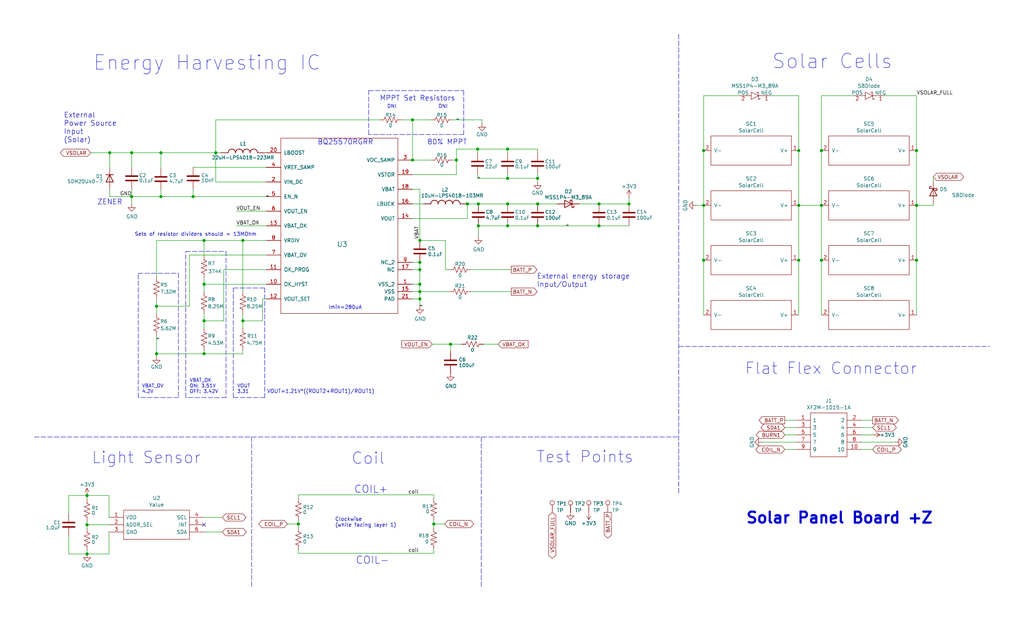
<source format=kicad_sch>
(kicad_sch (version 20211123) (generator eeschema)

  (uuid 5bcace5d-edd0-4e19-92d0-835e43cf8eb2)

  (paper "USLegal")

  (title_block
    (title "PyCubed Mini")
    (date "2022-03-04")
    (rev "3")
    (company "REx Lab Carnegie Mellon University")
    (comment 1 "Z.Manchester")
    (comment 2 "N.Khera")
    (comment 3 "M.Holliday")
  )

  (lib_symbols
    (symbol "Connector:TestPoint" (pin_numbers hide) (pin_names (offset 0.762) hide) (in_bom yes) (on_board yes)
      (property "Reference" "TP" (id 0) (at 0 6.858 0)
        (effects (font (size 1.27 1.27)))
      )
      (property "Value" "TestPoint" (id 1) (at 0 5.08 0)
        (effects (font (size 1.27 1.27)))
      )
      (property "Footprint" "" (id 2) (at 5.08 0 0)
        (effects (font (size 1.27 1.27)) hide)
      )
      (property "Datasheet" "~" (id 3) (at 5.08 0 0)
        (effects (font (size 1.27 1.27)) hide)
      )
      (property "ki_keywords" "test point tp" (id 4) (at 0 0 0)
        (effects (font (size 1.27 1.27)) hide)
      )
      (property "ki_description" "test point" (id 5) (at 0 0 0)
        (effects (font (size 1.27 1.27)) hide)
      )
      (property "ki_fp_filters" "Pin* Test*" (id 6) (at 0 0 0)
        (effects (font (size 1.27 1.27)) hide)
      )
      (symbol "TestPoint_0_1"
        (circle (center 0 3.302) (radius 0.762)
          (stroke (width 0) (type default) (color 0 0 0 0))
          (fill (type none))
        )
      )
      (symbol "TestPoint_1_1"
        (pin passive line (at 0 0 90) (length 2.54)
          (name "1" (effects (font (size 1.27 1.27))))
          (number "1" (effects (font (size 1.27 1.27))))
        )
      )
    )
    (symbol "Device:C" (pin_numbers hide) (pin_names (offset 0.254)) (in_bom yes) (on_board yes)
      (property "Reference" "C" (id 0) (at 0.635 2.54 0)
        (effects (font (size 1.27 1.27)) (justify left))
      )
      (property "Value" "C" (id 1) (at 0.635 -2.54 0)
        (effects (font (size 1.27 1.27)) (justify left))
      )
      (property "Footprint" "" (id 2) (at 0.9652 -3.81 0)
        (effects (font (size 1.27 1.27)) hide)
      )
      (property "Datasheet" "~" (id 3) (at 0 0 0)
        (effects (font (size 1.27 1.27)) hide)
      )
      (property "ki_keywords" "cap capacitor" (id 4) (at 0 0 0)
        (effects (font (size 1.27 1.27)) hide)
      )
      (property "ki_description" "Unpolarized capacitor" (id 5) (at 0 0 0)
        (effects (font (size 1.27 1.27)) hide)
      )
      (property "ki_fp_filters" "C_*" (id 6) (at 0 0 0)
        (effects (font (size 1.27 1.27)) hide)
      )
      (symbol "C_0_1"
        (polyline
          (pts
            (xy -2.032 -0.762)
            (xy 2.032 -0.762)
          )
          (stroke (width 0.508) (type default) (color 0 0 0 0))
          (fill (type none))
        )
        (polyline
          (pts
            (xy -2.032 0.762)
            (xy 2.032 0.762)
          )
          (stroke (width 0.508) (type default) (color 0 0 0 0))
          (fill (type none))
        )
      )
      (symbol "C_1_1"
        (pin passive line (at 0 3.81 270) (length 2.794)
          (name "~" (effects (font (size 1.27 1.27))))
          (number "1" (effects (font (size 1.27 1.27))))
        )
        (pin passive line (at 0 -3.81 90) (length 2.794)
          (name "~" (effects (font (size 1.27 1.27))))
          (number "2" (effects (font (size 1.27 1.27))))
        )
      )
    )
    (symbol "Device:D" (pin_numbers hide) (pin_names (offset 1.016) hide) (in_bom yes) (on_board yes)
      (property "Reference" "D" (id 0) (at 0 2.54 0)
        (effects (font (size 1.27 1.27)))
      )
      (property "Value" "D" (id 1) (at 0 -2.54 0)
        (effects (font (size 1.27 1.27)))
      )
      (property "Footprint" "" (id 2) (at 0 0 0)
        (effects (font (size 1.27 1.27)) hide)
      )
      (property "Datasheet" "~" (id 3) (at 0 0 0)
        (effects (font (size 1.27 1.27)) hide)
      )
      (property "ki_keywords" "diode" (id 4) (at 0 0 0)
        (effects (font (size 1.27 1.27)) hide)
      )
      (property "ki_description" "Diode" (id 5) (at 0 0 0)
        (effects (font (size 1.27 1.27)) hide)
      )
      (property "ki_fp_filters" "TO-???* *_Diode_* *SingleDiode* D_*" (id 6) (at 0 0 0)
        (effects (font (size 1.27 1.27)) hide)
      )
      (symbol "D_0_1"
        (polyline
          (pts
            (xy -1.27 1.27)
            (xy -1.27 -1.27)
          )
          (stroke (width 0.254) (type default) (color 0 0 0 0))
          (fill (type none))
        )
        (polyline
          (pts
            (xy 1.27 0)
            (xy -1.27 0)
          )
          (stroke (width 0) (type default) (color 0 0 0 0))
          (fill (type none))
        )
        (polyline
          (pts
            (xy 1.27 1.27)
            (xy 1.27 -1.27)
            (xy -1.27 0)
            (xy 1.27 1.27)
          )
          (stroke (width 0.254) (type default) (color 0 0 0 0))
          (fill (type none))
        )
      )
      (symbol "D_1_1"
        (pin passive line (at -3.81 0 0) (length 2.54)
          (name "K" (effects (font (size 1.27 1.27))))
          (number "1" (effects (font (size 1.27 1.27))))
        )
        (pin passive line (at 3.81 0 180) (length 2.54)
          (name "A" (effects (font (size 1.27 1.27))))
          (number "2" (effects (font (size 1.27 1.27))))
        )
      )
    )
    (symbol "Device:D_Schottky" (pin_numbers hide) (pin_names (offset 1.016) hide) (in_bom yes) (on_board yes)
      (property "Reference" "D" (id 0) (at 0 2.54 0)
        (effects (font (size 1.27 1.27)))
      )
      (property "Value" "D_Schottky" (id 1) (at 0 -2.54 0)
        (effects (font (size 1.27 1.27)))
      )
      (property "Footprint" "" (id 2) (at 0 0 0)
        (effects (font (size 1.27 1.27)) hide)
      )
      (property "Datasheet" "~" (id 3) (at 0 0 0)
        (effects (font (size 1.27 1.27)) hide)
      )
      (property "ki_keywords" "diode Schottky" (id 4) (at 0 0 0)
        (effects (font (size 1.27 1.27)) hide)
      )
      (property "ki_description" "Schottky diode" (id 5) (at 0 0 0)
        (effects (font (size 1.27 1.27)) hide)
      )
      (property "ki_fp_filters" "TO-???* *_Diode_* *SingleDiode* D_*" (id 6) (at 0 0 0)
        (effects (font (size 1.27 1.27)) hide)
      )
      (symbol "D_Schottky_0_1"
        (polyline
          (pts
            (xy 1.27 0)
            (xy -1.27 0)
          )
          (stroke (width 0) (type default) (color 0 0 0 0))
          (fill (type none))
        )
        (polyline
          (pts
            (xy 1.27 1.27)
            (xy 1.27 -1.27)
            (xy -1.27 0)
            (xy 1.27 1.27)
          )
          (stroke (width 0.254) (type default) (color 0 0 0 0))
          (fill (type none))
        )
        (polyline
          (pts
            (xy -1.905 0.635)
            (xy -1.905 1.27)
            (xy -1.27 1.27)
            (xy -1.27 -1.27)
            (xy -0.635 -1.27)
            (xy -0.635 -0.635)
          )
          (stroke (width 0.254) (type default) (color 0 0 0 0))
          (fill (type none))
        )
      )
      (symbol "D_Schottky_1_1"
        (pin passive line (at -3.81 0 0) (length 2.54)
          (name "K" (effects (font (size 1.27 1.27))))
          (number "1" (effects (font (size 1.27 1.27))))
        )
        (pin passive line (at 3.81 0 180) (length 2.54)
          (name "A" (effects (font (size 1.27 1.27))))
          (number "2" (effects (font (size 1.27 1.27))))
        )
      )
    )
    (symbol "Device:R_US" (pin_numbers hide) (pin_names (offset 0)) (in_bom yes) (on_board yes)
      (property "Reference" "R" (id 0) (at 2.54 0 90)
        (effects (font (size 1.27 1.27)))
      )
      (property "Value" "R_US" (id 1) (at -2.54 0 90)
        (effects (font (size 1.27 1.27)))
      )
      (property "Footprint" "" (id 2) (at 1.016 -0.254 90)
        (effects (font (size 1.27 1.27)) hide)
      )
      (property "Datasheet" "~" (id 3) (at 0 0 0)
        (effects (font (size 1.27 1.27)) hide)
      )
      (property "ki_keywords" "R res resistor" (id 4) (at 0 0 0)
        (effects (font (size 1.27 1.27)) hide)
      )
      (property "ki_description" "Resistor, US symbol" (id 5) (at 0 0 0)
        (effects (font (size 1.27 1.27)) hide)
      )
      (property "ki_fp_filters" "R_*" (id 6) (at 0 0 0)
        (effects (font (size 1.27 1.27)) hide)
      )
      (symbol "R_US_0_1"
        (polyline
          (pts
            (xy 0 -2.286)
            (xy 0 -2.54)
          )
          (stroke (width 0) (type default) (color 0 0 0 0))
          (fill (type none))
        )
        (polyline
          (pts
            (xy 0 2.286)
            (xy 0 2.54)
          )
          (stroke (width 0) (type default) (color 0 0 0 0))
          (fill (type none))
        )
        (polyline
          (pts
            (xy 0 -0.762)
            (xy 1.016 -1.143)
            (xy 0 -1.524)
            (xy -1.016 -1.905)
            (xy 0 -2.286)
          )
          (stroke (width 0) (type default) (color 0 0 0 0))
          (fill (type none))
        )
        (polyline
          (pts
            (xy 0 0.762)
            (xy 1.016 0.381)
            (xy 0 0)
            (xy -1.016 -0.381)
            (xy 0 -0.762)
          )
          (stroke (width 0) (type default) (color 0 0 0 0))
          (fill (type none))
        )
        (polyline
          (pts
            (xy 0 2.286)
            (xy 1.016 1.905)
            (xy 0 1.524)
            (xy -1.016 1.143)
            (xy 0 0.762)
          )
          (stroke (width 0) (type default) (color 0 0 0 0))
          (fill (type none))
        )
      )
      (symbol "R_US_1_1"
        (pin passive line (at 0 3.81 270) (length 1.27)
          (name "~" (effects (font (size 1.27 1.27))))
          (number "1" (effects (font (size 1.27 1.27))))
        )
        (pin passive line (at 0 -3.81 90) (length 1.27)
          (name "~" (effects (font (size 1.27 1.27))))
          (number "2" (effects (font (size 1.27 1.27))))
        )
      )
    )
    (symbol "SolarCellParts:SBDiode" (pin_names (offset 0)) (in_bom yes) (on_board yes)
      (property "Reference" "D" (id 0) (at -1.524 3.048 0)
        (effects (font (size 1.27 1.27)))
      )
      (property "Value" "SBDiode" (id 1) (at -1.524 5.588 0)
        (effects (font (size 1.27 1.27)))
      )
      (property "Footprint" "SolarCellParts:SB Diode" (id 2) (at -3.048 8.382 0)
        (effects (font (size 1.27 1.27)) hide)
      )
      (property "Datasheet" "" (id 3) (at -1.524 3.048 0)
        (effects (font (size 1.27 1.27)) hide)
      )
      (symbol "SBDiode_0_1"
        (polyline
          (pts
            (xy -4.064 0)
            (xy -2.54 0)
          )
          (stroke (width 0) (type default) (color 0 0 0 0))
          (fill (type none))
        )
        (polyline
          (pts
            (xy 0 0)
            (xy 1.524 0)
          )
          (stroke (width 0) (type default) (color 0 0 0 0))
          (fill (type none))
        )
        (polyline
          (pts
            (xy -2.54 1.27)
            (xy -2.54 -1.27)
            (xy 0 0)
            (xy -2.54 1.27)
          )
          (stroke (width 0) (type default) (color 0 0 0 0))
          (fill (type none))
        )
        (polyline
          (pts
            (xy 0 0)
            (xy 0 -1.27)
            (xy -0.508 -1.27)
            (xy -0.508 -0.762)
          )
          (stroke (width 0) (type default) (color 0 0 0 0))
          (fill (type none))
        )
        (polyline
          (pts
            (xy 0 0)
            (xy 0 1.27)
            (xy 0.508 1.27)
            (xy 0.508 0.762)
          )
          (stroke (width 0) (type default) (color 0 0 0 0))
          (fill (type none))
        )
      )
      (symbol "SBDiode_1_1"
        (pin bidirectional line (at 4.064 0 180) (length 2.54)
          (name "NEG" (effects (font (size 1.27 1.27))))
          (number "1" (effects (font (size 1.27 1.27))))
        )
        (pin bidirectional line (at -6.604 0 0) (length 2.54)
          (name "POS" (effects (font (size 1.27 1.27))))
          (number "2" (effects (font (size 1.27 1.27))))
        )
      )
    )
    (symbol "SolarCellParts:SolarCell_Small" (pin_names (offset 1.016)) (in_bom yes) (on_board yes)
      (property "Reference" "SC" (id 0) (at 0 -1.27 0)
        (effects (font (size 1.27 1.27)))
      )
      (property "Value" "SolarCell_Small" (id 1) (at 0 1.27 0)
        (effects (font (size 1.27 1.27)))
      )
      (property "Footprint" "SolarCellParts:KXOB25-05X3F" (id 2) (at 0 6.35 0)
        (effects (font (size 1.27 1.27)) hide)
      )
      (property "Datasheet" "" (id 3) (at 5.08 0 90)
        (effects (font (size 1.27 1.27)) hide)
      )
      (symbol "SolarCell_Small_0_1"
        (rectangle (start -13.97 -5.08) (end 13.97 5.08)
          (stroke (width 0) (type default) (color 0 0 0 0))
          (fill (type none))
        )
      )
      (symbol "SolarCell_Small_1_1"
        (pin bidirectional line (at -16.51 0 0) (length 2.54)
          (name "V+" (effects (font (size 1.27 1.27))))
          (number "1" (effects (font (size 1.27 1.27))))
        )
        (pin bidirectional line (at 16.51 0 180) (length 2.54)
          (name "V-" (effects (font (size 1.27 1.27))))
          (number "2" (effects (font (size 1.27 1.27))))
        )
      )
    )
    (symbol "misc-circuits-cache:misc-circuits-rescue_BQ25570RGRR-misc-circuits-cache" (pin_names (offset 1.016)) (in_bom yes) (on_board yes)
      (property "Reference" "U" (id 0) (at -4.7244 1.4986 0)
        (effects (font (size 1.7526 1.7526)) (justify left bottom))
      )
      (property "Value" "misc-circuits-rescue_BQ25570RGRR-misc-circuits-cache" (id 1) (at -5.3594 -1.0414 0)
        (effects (font (size 1.7526 1.7526)) (justify left bottom))
      )
      (property "Footprint" "" (id 2) (at 0 0 0)
        (effects (font (size 1.27 1.27)) hide)
      )
      (property "Datasheet" "" (id 3) (at 0 0 0)
        (effects (font (size 1.27 1.27)) hide)
      )
      (property "ki_locked" "" (id 4) (at 0 0 0)
        (effects (font (size 1.27 1.27)))
      )
      (symbol "misc-circuits-rescue_BQ25570RGRR-misc-circuits-cache_1_0"
        (polyline
          (pts
            (xy -20.32 -30.48)
            (xy 20.32 -30.48)
          )
          (stroke (width 0) (type default) (color 0 0 0 0))
          (fill (type none))
        )
        (polyline
          (pts
            (xy -20.32 30.48)
            (xy -20.32 -30.48)
          )
          (stroke (width 0) (type default) (color 0 0 0 0))
          (fill (type none))
        )
        (polyline
          (pts
            (xy 20.32 -30.48)
            (xy 20.32 30.48)
          )
          (stroke (width 0) (type default) (color 0 0 0 0))
          (fill (type none))
        )
        (polyline
          (pts
            (xy 20.32 30.48)
            (xy -20.32 30.48)
          )
          (stroke (width 0) (type default) (color 0 0 0 0))
          (fill (type none))
        )
        (pin power_in line (at 25.4 -20.32 180) (length 5.08)
          (name "VSS_2" (effects (font (size 1.27 1.27))))
          (number "1" (effects (font (size 1.27 1.27))))
        )
        (pin input line (at -25.4 -20.32 0) (length 5.08)
          (name "OK_HYST" (effects (font (size 1.27 1.27))))
          (number "10" (effects (font (size 1.27 1.27))))
        )
        (pin input line (at -25.4 -15.24 0) (length 5.08)
          (name "OK_PROG" (effects (font (size 1.27 1.27))))
          (number "11" (effects (font (size 1.27 1.27))))
        )
        (pin input line (at -25.4 -25.4 0) (length 5.08)
          (name "VOUT_SET" (effects (font (size 1.27 1.27))))
          (number "12" (effects (font (size 1.27 1.27))))
        )
        (pin output line (at -25.4 0 0) (length 5.08)
          (name "VBAT_OK" (effects (font (size 1.27 1.27))))
          (number "13" (effects (font (size 1.27 1.27))))
        )
        (pin power_in line (at 25.4 2.54 180) (length 5.08)
          (name "VOUT" (effects (font (size 1.27 1.27))))
          (number "14" (effects (font (size 1.27 1.27))))
        )
        (pin power_in line (at 25.4 -22.86 180) (length 5.08)
          (name "VSS" (effects (font (size 1.27 1.27))))
          (number "15" (effects (font (size 1.27 1.27))))
        )
        (pin passive line (at 25.4 7.62 180) (length 5.08)
          (name "LBUCK" (effects (font (size 1.27 1.27))))
          (number "16" (effects (font (size 1.27 1.27))))
        )
        (pin passive line (at 25.4 -15.24 180) (length 5.08)
          (name "NC" (effects (font (size 1.27 1.27))))
          (number "17" (effects (font (size 1.27 1.27))))
        )
        (pin bidirectional line (at 25.4 12.7 180) (length 5.08)
          (name "VBAT" (effects (font (size 1.27 1.27))))
          (number "18" (effects (font (size 1.27 1.27))))
        )
        (pin power_in line (at 25.4 17.78 180) (length 5.08)
          (name "VSTOR" (effects (font (size 1.27 1.27))))
          (number "19" (effects (font (size 1.27 1.27))))
        )
        (pin power_in line (at -25.4 15.24 0) (length 5.08)
          (name "VIN_DC" (effects (font (size 1.27 1.27))))
          (number "2" (effects (font (size 1.27 1.27))))
        )
        (pin input line (at -25.4 25.4 0) (length 5.08)
          (name "LBOOST" (effects (font (size 1.27 1.27))))
          (number "20" (effects (font (size 1.27 1.27))))
        )
        (pin power_in line (at 25.4 -25.4 180) (length 5.08)
          (name "PAD" (effects (font (size 1.27 1.27))))
          (number "21" (effects (font (size 1.27 1.27))))
        )
        (pin input line (at 25.4 22.86 180) (length 5.08)
          (name "VOC_SAMP" (effects (font (size 1.27 1.27))))
          (number "3" (effects (font (size 1.27 1.27))))
        )
        (pin input line (at -25.4 20.32 0) (length 5.08)
          (name "VREF_SAMP" (effects (font (size 1.27 1.27))))
          (number "4" (effects (font (size 1.27 1.27))))
        )
        (pin input line (at -25.4 10.16 0) (length 5.08)
          (name "EN_N" (effects (font (size 1.27 1.27))))
          (number "5" (effects (font (size 1.27 1.27))))
        )
        (pin input line (at -25.4 5.08 0) (length 5.08)
          (name "VOUT_EN" (effects (font (size 1.27 1.27))))
          (number "6" (effects (font (size 1.27 1.27))))
        )
        (pin input line (at -25.4 -10.16 0) (length 5.08)
          (name "VBAT_OV" (effects (font (size 1.27 1.27))))
          (number "7" (effects (font (size 1.27 1.27))))
        )
        (pin output line (at -25.4 -5.08 0) (length 5.08)
          (name "VRDIV" (effects (font (size 1.27 1.27))))
          (number "8" (effects (font (size 1.27 1.27))))
        )
        (pin power_in line (at 25.4 -12.7 180) (length 5.08)
          (name "NC_2" (effects (font (size 1.27 1.27))))
          (number "9" (effects (font (size 1.27 1.27))))
        )
      )
    )
    (symbol "misc-circuits-cache:misc-circuits-rescue_COILCRAFT-LPS4018-misc-circuits-cache" (pin_names (offset 1.016)) (in_bom yes) (on_board yes)
      (property "Reference" "L" (id 0) (at -1.27 -5.08 90)
        (effects (font (size 1.4986 1.4986)) (justify left bottom))
      )
      (property "Value" "misc-circuits-rescue_COILCRAFT-LPS4018-misc-circuits-cache" (id 1) (at 3.81 -5.08 90)
        (effects (font (size 1.4986 1.4986)) (justify left bottom))
      )
      (property "Footprint" "" (id 2) (at 0 0 0)
        (effects (font (size 1.27 1.27)) hide)
      )
      (property "Datasheet" "" (id 3) (at 0 0 0)
        (effects (font (size 1.27 1.27)) hide)
      )
      (property "ki_locked" "" (id 4) (at 0 0 0)
        (effects (font (size 1.27 1.27)))
      )
      (symbol "misc-circuits-rescue_COILCRAFT-LPS4018-misc-circuits-cache_1_0"
        (arc (start 0 -5.08) (mid 0.898 -4.708) (end 1.27 -3.81)
          (stroke (width 0.254) (type default) (color 0 0 0 0))
          (fill (type none))
        )
        (arc (start 0 -2.54) (mid 0.898 -2.168) (end 1.27 -1.27)
          (stroke (width 0.254) (type default) (color 0 0 0 0))
          (fill (type none))
        )
        (arc (start 0 0) (mid 0.898 0.372) (end 1.27 1.27)
          (stroke (width 0.254) (type default) (color 0 0 0 0))
          (fill (type none))
        )
        (arc (start 0 2.54) (mid 0.898 2.912) (end 1.27 3.81)
          (stroke (width 0.254) (type default) (color 0 0 0 0))
          (fill (type none))
        )
        (arc (start 1.27 -3.81) (mid 0.898 -2.912) (end 0 -2.54)
          (stroke (width 0.254) (type default) (color 0 0 0 0))
          (fill (type none))
        )
        (arc (start 1.27 -1.27) (mid 0.898 -0.372) (end 0 0)
          (stroke (width 0.254) (type default) (color 0 0 0 0))
          (fill (type none))
        )
        (arc (start 1.27 1.27) (mid 0.898 2.168) (end 0 2.54)
          (stroke (width 0.254) (type default) (color 0 0 0 0))
          (fill (type none))
        )
        (arc (start 1.27 3.81) (mid 0.898 4.708) (end 0 5.08)
          (stroke (width 0.254) (type default) (color 0 0 0 0))
          (fill (type none))
        )
        (pin passive line (at 0 7.62 270) (length 2.54)
          (name "1" (effects (font (size 0 0))))
          (number "1" (effects (font (size 0 0))))
        )
        (pin passive line (at 0 -7.62 90) (length 2.54)
          (name "2" (effects (font (size 0 0))))
          (number "2" (effects (font (size 0 0))))
        )
      )
    )
    (symbol "misc-circuits-cache:symbols_TSL2561" (pin_names (offset 0.762)) (in_bom yes) (on_board yes)
      (property "Reference" "IC" (id 0) (at 29.21 7.62 0)
        (effects (font (size 1.27 1.27)) (justify left))
      )
      (property "Value" "symbols_TSL2561" (id 1) (at 29.21 5.08 0)
        (effects (font (size 1.27 1.27)) (justify left))
      )
      (property "Footprint" "TSL2561" (id 2) (at 29.21 2.54 0)
        (effects (font (size 1.27 1.27)) (justify left) hide)
      )
      (property "Datasheet" "https://ams.com/documents/20143/36005/TSL2561_DS000110_3-00.pdf/18a41097-2035-4333-c70e-bfa544c0a98b" (id 3) (at 29.21 0 0)
        (effects (font (size 1.27 1.27)) (justify left) hide)
      )
      (property "Description" "Light-to-Digital Converter" (id 4) (at 29.21 -2.54 0)
        (effects (font (size 1.27 1.27)) (justify left) hide)
      )
      (property "Height" "1.55" (id 5) (at 29.21 -5.08 0)
        (effects (font (size 1.27 1.27)) (justify left) hide)
      )
      (property "Manufacturer_Name" "ams" (id 6) (at 29.21 -7.62 0)
        (effects (font (size 1.27 1.27)) (justify left) hide)
      )
      (property "Manufacturer_Part_Number" "TSL2561" (id 7) (at 29.21 -10.16 0)
        (effects (font (size 1.27 1.27)) (justify left) hide)
      )
      (property "Mouser Part Number" "N/A" (id 8) (at 29.21 -12.7 0)
        (effects (font (size 1.27 1.27)) (justify left) hide)
      )
      (property "Mouser Price/Stock" "https://www.mouser.com/Search/Refine.aspx?Keyword=N%2FA" (id 9) (at 29.21 -15.24 0)
        (effects (font (size 1.27 1.27)) (justify left) hide)
      )
      (symbol "symbols_TSL2561_0_0"
        (pin unspecified line (at 0 0 0) (length 5.08)
          (name "VDD" (effects (font (size 1.27 1.27))))
          (number "1" (effects (font (size 1.27 1.27))))
        )
        (pin unspecified line (at 0 -2.54 0) (length 5.08)
          (name "ADDR_SEL" (effects (font (size 1.27 1.27))))
          (number "2" (effects (font (size 1.27 1.27))))
        )
        (pin unspecified line (at 0 -5.08 0) (length 5.08)
          (name "GND" (effects (font (size 1.27 1.27))))
          (number "3" (effects (font (size 1.27 1.27))))
        )
        (pin unspecified line (at 33.02 0 180) (length 5.08)
          (name "SCL" (effects (font (size 1.27 1.27))))
          (number "4" (effects (font (size 1.27 1.27))))
        )
        (pin unspecified line (at 33.02 -2.54 180) (length 5.08)
          (name "INT" (effects (font (size 1.27 1.27))))
          (number "5" (effects (font (size 1.27 1.27))))
        )
        (pin unspecified line (at 33.02 -5.08 180) (length 5.08)
          (name "SDA" (effects (font (size 1.27 1.27))))
          (number "6" (effects (font (size 1.27 1.27))))
        )
      )
      (symbol "symbols_TSL2561_0_1"
        (polyline
          (pts
            (xy 5.08 2.54)
            (xy 27.94 2.54)
            (xy 27.94 -7.62)
            (xy 5.08 -7.62)
            (xy 5.08 2.54)
          )
          (stroke (width 0.1524) (type default) (color 0 0 0 0))
          (fill (type none))
        )
      )
    )
    (symbol "misc-circuits-cache:symbols_XF2M-1015-1A" (pin_names (offset 0.762)) (in_bom yes) (on_board yes)
      (property "Reference" "J" (id 0) (at 19.05 7.62 0)
        (effects (font (size 1.27 1.27)) (justify left))
      )
      (property "Value" "symbols_XF2M-1015-1A" (id 1) (at 19.05 5.08 0)
        (effects (font (size 1.27 1.27)) (justify left))
      )
      (property "Footprint" "XF2M-1015-1A" (id 2) (at 19.05 2.54 0)
        (effects (font (size 1.27 1.27)) (justify left) hide)
      )
      (property "Datasheet" "https://componentsearchengine.com/Datasheets/3/XF2M-1015-1A.pdf" (id 3) (at 19.05 0 0)
        (effects (font (size 1.27 1.27)) (justify left) hide)
      )
      (property "Description" "0.5mm Rotary backlock 10 way Omron XF2M Series 0.5mm Pitch 10 Way Right Angle SMT Female FPC Connector Locking Mechanism, Top and Bottom Contact" (id 4) (at 19.05 -2.54 0)
        (effects (font (size 1.27 1.27)) (justify left) hide)
      )
      (property "Manufacturer_Name" "Omron Electronics" (id 5) (at 19.05 -7.62 0)
        (effects (font (size 1.27 1.27)) (justify left) hide)
      )
      (property "Manufacturer_Part_Number" "XF2M-1015-1A" (id 6) (at 19.05 -10.16 0)
        (effects (font (size 1.27 1.27)) (justify left) hide)
      )
      (property "Mouser Part Number" "653-XF2M-1015-1A" (id 7) (at 19.05 -12.7 0)
        (effects (font (size 1.27 1.27)) (justify left) hide)
      )
      (property "Mouser Price/Stock" "https://www.mouser.com/Search/Refine.aspx?Keyword=653-XF2M-1015-1A" (id 8) (at 19.05 -15.24 0)
        (effects (font (size 1.27 1.27)) (justify left) hide)
      )
      (property "RS Part Number" "7315772P" (id 9) (at 19.05 -17.78 0)
        (effects (font (size 1.27 1.27)) (justify left) hide)
      )
      (property "RS Price/Stock" "http://uk.rs-online.com/web/p/products/7315772P" (id 10) (at 19.05 -20.32 0)
        (effects (font (size 1.27 1.27)) (justify left) hide)
      )
      (property "Allied_Number" "70667825" (id 11) (at 19.05 -22.86 0)
        (effects (font (size 1.27 1.27)) (justify left) hide)
      )
      (property "Allied Price/Stock" "https://www.alliedelec.com/omron-electronic-components-xf2m-1015-1a/70667825/" (id 12) (at 19.05 -25.4 0)
        (effects (font (size 1.27 1.27)) (justify left) hide)
      )
      (symbol "symbols_XF2M-1015-1A_0_0"
        (pin bidirectional line (at 0 0 0) (length 5.08)
          (name "1" (effects (font (size 1.27 1.27))))
          (number "1" (effects (font (size 1.27 1.27))))
        )
        (pin bidirectional line (at 22.86 -10.16 180) (length 5.08)
          (name "10" (effects (font (size 1.27 1.27))))
          (number "10" (effects (font (size 1.27 1.27))))
        )
        (pin bidirectional line (at 22.86 0 180) (length 5.08)
          (name "2" (effects (font (size 1.27 1.27))))
          (number "2" (effects (font (size 1.27 1.27))))
        )
        (pin bidirectional line (at 0 -2.54 0) (length 5.08)
          (name "3" (effects (font (size 1.27 1.27))))
          (number "3" (effects (font (size 1.27 1.27))))
        )
        (pin bidirectional line (at 22.86 -2.54 180) (length 5.08)
          (name "4" (effects (font (size 1.27 1.27))))
          (number "4" (effects (font (size 1.27 1.27))))
        )
        (pin bidirectional line (at 0 -5.08 0) (length 5.08)
          (name "5" (effects (font (size 1.27 1.27))))
          (number "5" (effects (font (size 1.27 1.27))))
        )
        (pin bidirectional line (at 22.86 -5.08 180) (length 5.08)
          (name "6" (effects (font (size 1.27 1.27))))
          (number "6" (effects (font (size 1.27 1.27))))
        )
        (pin bidirectional line (at 0 -7.62 0) (length 5.08)
          (name "7" (effects (font (size 1.27 1.27))))
          (number "7" (effects (font (size 1.27 1.27))))
        )
        (pin bidirectional line (at 22.86 -7.62 180) (length 5.08)
          (name "8" (effects (font (size 1.27 1.27))))
          (number "8" (effects (font (size 1.27 1.27))))
        )
        (pin bidirectional line (at 0 -10.16 0) (length 5.08)
          (name "9" (effects (font (size 1.27 1.27))))
          (number "9" (effects (font (size 1.27 1.27))))
        )
      )
      (symbol "symbols_XF2M-1015-1A_0_1"
        (polyline
          (pts
            (xy 5.08 2.54)
            (xy 17.78 2.54)
            (xy 17.78 -12.7)
            (xy 5.08 -12.7)
            (xy 5.08 2.54)
          )
          (stroke (width 0.1524) (type default) (color 0 0 0 0))
          (fill (type none))
        )
      )
    )
    (symbol "power:+3V3" (power) (pin_names (offset 0)) (in_bom yes) (on_board yes)
      (property "Reference" "#PWR" (id 0) (at 0 -3.81 0)
        (effects (font (size 1.27 1.27)) hide)
      )
      (property "Value" "+3V3" (id 1) (at 0 3.556 0)
        (effects (font (size 1.27 1.27)))
      )
      (property "Footprint" "" (id 2) (at 0 0 0)
        (effects (font (size 1.27 1.27)) hide)
      )
      (property "Datasheet" "" (id 3) (at 0 0 0)
        (effects (font (size 1.27 1.27)) hide)
      )
      (property "ki_keywords" "power-flag" (id 4) (at 0 0 0)
        (effects (font (size 1.27 1.27)) hide)
      )
      (property "ki_description" "Power symbol creates a global label with name \"+3V3\"" (id 5) (at 0 0 0)
        (effects (font (size 1.27 1.27)) hide)
      )
      (symbol "+3V3_0_1"
        (polyline
          (pts
            (xy -0.762 1.27)
            (xy 0 2.54)
          )
          (stroke (width 0) (type default) (color 0 0 0 0))
          (fill (type none))
        )
        (polyline
          (pts
            (xy 0 0)
            (xy 0 2.54)
          )
          (stroke (width 0) (type default) (color 0 0 0 0))
          (fill (type none))
        )
        (polyline
          (pts
            (xy 0 2.54)
            (xy 0.762 1.27)
          )
          (stroke (width 0) (type default) (color 0 0 0 0))
          (fill (type none))
        )
      )
      (symbol "+3V3_1_1"
        (pin power_in line (at 0 0 90) (length 0) hide
          (name "+3V3" (effects (font (size 1.27 1.27))))
          (number "1" (effects (font (size 1.27 1.27))))
        )
      )
    )
    (symbol "power:GND" (power) (pin_names (offset 0)) (in_bom yes) (on_board yes)
      (property "Reference" "#PWR" (id 0) (at 0 -6.35 0)
        (effects (font (size 1.27 1.27)) hide)
      )
      (property "Value" "GND" (id 1) (at 0 -3.81 0)
        (effects (font (size 1.27 1.27)))
      )
      (property "Footprint" "" (id 2) (at 0 0 0)
        (effects (font (size 1.27 1.27)) hide)
      )
      (property "Datasheet" "" (id 3) (at 0 0 0)
        (effects (font (size 1.27 1.27)) hide)
      )
      (property "ki_keywords" "power-flag" (id 4) (at 0 0 0)
        (effects (font (size 1.27 1.27)) hide)
      )
      (property "ki_description" "Power symbol creates a global label with name \"GND\" , ground" (id 5) (at 0 0 0)
        (effects (font (size 1.27 1.27)) hide)
      )
      (symbol "GND_0_1"
        (polyline
          (pts
            (xy 0 0)
            (xy 0 -1.27)
            (xy 1.27 -1.27)
            (xy 0 -2.54)
            (xy -1.27 -1.27)
            (xy 0 -1.27)
          )
          (stroke (width 0) (type default) (color 0 0 0 0))
          (fill (type none))
        )
      )
      (symbol "GND_1_1"
        (pin power_in line (at 0 0 270) (length 0) hide
          (name "GND" (effects (font (size 1.27 1.27))))
          (number "1" (effects (font (size 1.27 1.27))))
        )
      )
    )
  )

  (junction (at 165.862 51.816) (diameter 0) (color 0 0 0 0)
    (uuid 06b0de7a-8452-47e4-8156-099c9b3d0d4a)
  )
  (junction (at 277.368 90.424) (diameter 0) (color 0 0 0 0)
    (uuid 090b4800-83f0-437c-8e80-4a349946a021)
  )
  (junction (at 70.866 122.936) (diameter 0) (color 0 0 0 0)
    (uuid 0caf1ff9-7ba0-475d-812e-b0731d8089b0)
  )
  (junction (at 277.368 52.324) (diameter 0) (color 0 0 0 0)
    (uuid 150b3909-faa3-4610-9732-e0ef34c08f39)
  )
  (junction (at 143.256 41.656) (diameter 0) (color 0 0 0 0)
    (uuid 18fe078b-d967-4c6b-9117-28649814e048)
  )
  (junction (at 166.116 78.486) (diameter 0) (color 0 0 0 0)
    (uuid 22bac6d6-248c-46c3-b0e5-d964f276c62e)
  )
  (junction (at 244.348 90.424) (diameter 0) (color 0 0 0 0)
    (uuid 2523324a-ade5-4c85-bd2b-859aa5063a61)
  )
  (junction (at 30.226 172.212) (diameter 0) (color 0 0 0 0)
    (uuid 27f0f1a7-64d3-4bed-a898-d6e5b6d311ea)
  )
  (junction (at 145.796 93.726) (diameter 0) (color 0 0 0 0)
    (uuid 28ced857-2be2-4629-b12a-4bdeab4d4ff1)
  )
  (junction (at 70.866 111.506) (diameter 0) (color 0 0 0 0)
    (uuid 2d06b9ca-8acd-4dde-82af-2f04bb0f605f)
  )
  (junction (at 84.328 111.506) (diameter 0) (color 0 0 0 0)
    (uuid 3017ff5a-a688-458b-bc91-2b91ea1e010c)
  )
  (junction (at 277.368 71.374) (diameter 0) (color 0 0 0 0)
    (uuid 38f69e21-4260-4f1c-a0f8-e25d23b23e01)
  )
  (junction (at 145.796 101.346) (diameter 0) (color 0 0 0 0)
    (uuid 3d6be1fd-6251-4fce-b553-9e50de68d4ef)
  )
  (junction (at 38.1 53.086) (diameter 0) (color 0 0 0 0)
    (uuid 47667a93-81ea-45ac-8f2a-b62b1e1f1872)
  )
  (junction (at 145.796 83.566) (diameter 0) (color 0 0 0 0)
    (uuid 482745db-df58-49f7-8fa7-e685d2aac961)
  )
  (junction (at 74.93 53.086) (diameter 0) (color 0 0 0 0)
    (uuid 4b0d2ff9-c164-49d4-971c-1ea9c62f013e)
  )
  (junction (at 176.276 61.976) (diameter 0) (color 0 0 0 0)
    (uuid 4dacb66c-aaaf-45c3-a93d-0c9bd0da3f9f)
  )
  (junction (at 208.026 78.486) (diameter 0) (color 0 0 0 0)
    (uuid 4fc732c6-745f-4ea5-a8c3-d7015683607e)
  )
  (junction (at 70.866 83.566) (diameter 0) (color 0 0 0 0)
    (uuid 509457db-eedd-4ad9-89dd-afa4c46733b6)
  )
  (junction (at 318.262 71.374) (diameter 0) (color 0 0 0 0)
    (uuid 5690e133-f97e-4fa5-88ad-3aea0b01d653)
  )
  (junction (at 54.356 122.936) (diameter 0) (color 0 0 0 0)
    (uuid 58faf8d3-0f90-4381-971c-278302f06165)
  )
  (junction (at 285.242 52.324) (diameter 0) (color 0 0 0 0)
    (uuid 5d3bd1f2-8425-495e-9f2d-4a145522e70d)
  )
  (junction (at 156.464 119.634) (diameter 0) (color 0 0 0 0)
    (uuid 5f1ebd9d-c92e-49e6-93b0-a6fb85307065)
  )
  (junction (at 45.72 53.086) (diameter 0) (color 0 0 0 0)
    (uuid 60709a97-f8d4-48ec-ba2a-d16aa331c3ac)
  )
  (junction (at 143.256 55.626) (diameter 0) (color 0 0 0 0)
    (uuid 7bc6a781-e476-46f0-9b85-c99483575955)
  )
  (junction (at 145.796 98.806) (diameter 0) (color 0 0 0 0)
    (uuid 7d6f59ac-1138-4619-9a58-067d67cd3cb4)
  )
  (junction (at 145.796 91.186) (diameter 0) (color 0 0 0 0)
    (uuid 813c1703-0564-48c9-a3b7-adb9c37bd3db)
  )
  (junction (at 145.796 103.886) (diameter 0) (color 0 0 0 0)
    (uuid 818d7940-7e73-4936-ba94-de7182be3075)
  )
  (junction (at 30.226 182.372) (diameter 0) (color 0 0 0 0)
    (uuid 87b49853-a299-46e2-b67a-87c24f532a9d)
  )
  (junction (at 285.242 71.374) (diameter 0) (color 0 0 0 0)
    (uuid 8a636197-f5e8-4c3d-9f98-319c166a2b3b)
  )
  (junction (at 54.356 106.426) (diameter 0) (color 0 0 0 0)
    (uuid 9239a495-8167-4d90-b629-2c94a8d4581c)
  )
  (junction (at 285.242 90.424) (diameter 0) (color 0 0 0 0)
    (uuid 93d773a7-0297-4882-a2f2-3fdb045d5baf)
  )
  (junction (at 318.262 90.424) (diameter 0) (color 0 0 0 0)
    (uuid 94c254aa-ea88-46d3-99db-12a390f1e37d)
  )
  (junction (at 103.632 182.118) (diameter 0) (color 0 0 0 0)
    (uuid 9a77e24e-aa7d-488f-a502-68ae9651403f)
  )
  (junction (at 162.306 70.866) (diameter 0) (color 0 0 0 0)
    (uuid 9c8c11d8-8399-4371-a552-3f57f17f9b3e)
  )
  (junction (at 218.44 70.866) (diameter 0) (color 0 0 0 0)
    (uuid 9ec9bc35-4d86-4c74-ba0f-bb299d0109b7)
  )
  (junction (at 150.622 182.118) (diameter 0) (color 0 0 0 0)
    (uuid a3f9cc71-2c3a-4780-92f6-b95d684df74a)
  )
  (junction (at 166.116 70.866) (diameter 0) (color 0 0 0 0)
    (uuid a5e795d4-a06c-4b11-b267-8305986f7da1)
  )
  (junction (at 176.276 78.486) (diameter 0) (color 0 0 0 0)
    (uuid a842cea0-7628-4aa8-ac63-3fdcfab69dd4)
  )
  (junction (at 186.69 70.866) (diameter 0) (color 0 0 0 0)
    (uuid b16f84f3-f0f9-4259-bc5f-fc9ce360b3ba)
  )
  (junction (at 55.88 68.326) (diameter 0) (color 0 0 0 0)
    (uuid b1fc1a39-b0b6-44c8-9873-4db13e482216)
  )
  (junction (at 45.72 68.326) (diameter 0) (color 0 0 0 0)
    (uuid b302d4be-ce43-4a40-b609-3a691343f755)
  )
  (junction (at 318.262 52.324) (diameter 0) (color 0 0 0 0)
    (uuid ba6eea62-6e5f-4601-be02-c0813a95947a)
  )
  (junction (at 70.866 98.806) (diameter 0) (color 0 0 0 0)
    (uuid bbb741ba-316d-46de-b5ab-b0a0f937c88b)
  )
  (junction (at 176.276 70.866) (diameter 0) (color 0 0 0 0)
    (uuid bfd3d5d1-5305-4a5c-ba43-fd7490e2bee5)
  )
  (junction (at 244.348 52.324) (diameter 0) (color 0 0 0 0)
    (uuid bfda256e-58fe-4ca9-82e3-966e67bce7b6)
  )
  (junction (at 55.88 53.086) (diameter 0) (color 0 0 0 0)
    (uuid c5ddd112-b7a2-4639-9f66-6475ca910af1)
  )
  (junction (at 84.328 83.566) (diameter 0) (color 0 0 0 0)
    (uuid c61728f6-a565-47bc-85a9-538460f05e63)
  )
  (junction (at 158.496 55.626) (diameter 0) (color 0 0 0 0)
    (uuid cef81ed1-b993-44f5-a61c-5035b25226e1)
  )
  (junction (at 186.69 78.486) (diameter 0) (color 0 0 0 0)
    (uuid d055dcea-e66e-410e-8b11-4b8d805dcbf5)
  )
  (junction (at 244.348 71.374) (diameter 0) (color 0 0 0 0)
    (uuid e1ed2867-9986-47bf-b812-c7fb4588f3c6)
  )
  (junction (at 176.276 51.816) (diameter 0) (color 0 0 0 0)
    (uuid e78af261-e770-4c72-a0c3-180fe00974d2)
  )
  (junction (at 208.026 70.866) (diameter 0) (color 0 0 0 0)
    (uuid eb79e151-4ca2-4273-b9c8-d59f298a2f9a)
  )
  (junction (at 186.69 61.976) (diameter 0) (color 0 0 0 0)
    (uuid eba48389-f21b-477f-8217-dbc6e00c1bfd)
  )
  (junction (at 67.056 68.326) (diameter 0) (color 0 0 0 0)
    (uuid f6617d68-ba01-4e64-8825-e4fb5b4c0f85)
  )
  (junction (at 30.226 192.532) (diameter 0) (color 0 0 0 0)
    (uuid f6d11cd1-7d09-4491-90bf-5817abed6082)
  )

  (no_connect (at 70.866 182.372) (uuid bbd4f434-8f0e-4292-8460-acc6af6488f7))

  (wire (pts (xy 92.456 58.166) (xy 67.056 58.166))
    (stroke (width 0) (type default) (color 0 0 0 0))
    (uuid 00b5734d-53d7-4403-9e75-2166b5bb406e)
  )
  (wire (pts (xy 167.894 119.634) (xy 172.974 119.634))
    (stroke (width 0) (type default) (color 0 0 0 0))
    (uuid 011fffeb-c531-4a56-83a9-b6387cff3e9e)
  )
  (wire (pts (xy 150.622 191.008) (xy 150.622 192.278))
    (stroke (width 0) (type default) (color 0 0 0 0))
    (uuid 0187e8bb-4123-48bd-9d9e-3a0455d04339)
  )
  (wire (pts (xy 37.846 172.212) (xy 30.226 172.212))
    (stroke (width 0) (type default) (color 0 0 0 0))
    (uuid 02eaa0c8-5ed7-4da7-a518-74c4072b0c54)
  )
  (polyline (pts (xy 235.712 11.938) (xy 235.712 171.958))
    (stroke (width 0) (type default) (color 0 0 0 0))
    (uuid 0404b0fd-9367-4f8d-ae0a-67719213917f)
  )

  (wire (pts (xy 84.328 83.566) (xy 92.456 83.566))
    (stroke (width 0) (type default) (color 0 0 0 0))
    (uuid 09dae7f5-9b94-4ea1-bedf-0dcc702f10ae)
  )
  (polyline (pts (xy 128.016 46.736) (xy 128.016 31.496))
    (stroke (width 0) (type default) (color 0 0 0 0))
    (uuid 0a0647bc-c0b8-4df0-a87c-9e3994411c2c)
  )

  (wire (pts (xy 145.796 98.806) (xy 145.796 93.726))
    (stroke (width 0) (type default) (color 0 0 0 0))
    (uuid 0a58ced9-8763-4a7d-aa08-48b94d853e38)
  )
  (wire (pts (xy 37.846 182.372) (xy 30.226 182.372))
    (stroke (width 0) (type default) (color 0 0 0 0))
    (uuid 0c07357c-bb8a-478f-b227-d610c5846c66)
  )
  (polyline (pts (xy 64.516 87.376) (xy 78.486 87.376))
    (stroke (width 0) (type default) (color 0 0 0 0))
    (uuid 0cfb55ae-33c0-4dfe-a6d5-47ed9a1f0ea8)
  )

  (wire (pts (xy 324.104 71.374) (xy 324.104 70.612))
    (stroke (width 0) (type default) (color 0 0 0 0))
    (uuid 0edace75-e053-4471-acb6-d2cf623b778a)
  )
  (wire (pts (xy 285.242 33.274) (xy 285.242 52.324))
    (stroke (width 0) (type default) (color 0 0 0 0))
    (uuid 113efb41-0650-46a1-864c-e9da0955e4f9)
  )
  (wire (pts (xy 38.1 53.086) (xy 45.72 53.086))
    (stroke (width 0) (type default) (color 0 0 0 0))
    (uuid 114d0c94-58bb-4cd1-ad45-12e273725579)
  )
  (wire (pts (xy 84.328 83.566) (xy 70.866 83.566))
    (stroke (width 0) (type default) (color 0 0 0 0))
    (uuid 1367a06d-920e-495e-9066-4f7e2d2da9b3)
  )
  (wire (pts (xy 154.686 93.726) (xy 154.686 83.566))
    (stroke (width 0) (type default) (color 0 0 0 0))
    (uuid 13dac8eb-146e-4e11-9e0d-936621b9b5eb)
  )
  (wire (pts (xy 31.496 53.086) (xy 38.1 53.086))
    (stroke (width 0) (type default) (color 0 0 0 0))
    (uuid 15ca8c14-4a83-49a3-b503-018c61bd5d69)
  )
  (wire (pts (xy 277.368 90.424) (xy 277.368 109.474))
    (stroke (width 0) (type default) (color 0 0 0 0))
    (uuid 179338fe-23fd-4154-b361-15a1f050d645)
  )
  (wire (pts (xy 276.352 153.67) (xy 264.668 153.67))
    (stroke (width 0) (type default) (color 0 0 0 0))
    (uuid 18469874-1b2b-4bfe-8703-272164c4c638)
  )
  (wire (pts (xy 158.496 51.816) (xy 158.496 55.626))
    (stroke (width 0) (type default) (color 0 0 0 0))
    (uuid 1ccc5f53-065b-44e2-aaf9-75fe664f1207)
  )
  (wire (pts (xy 186.69 51.816) (xy 186.69 53.086))
    (stroke (width 0) (type default) (color 0 0 0 0))
    (uuid 1d8a4a20-7c57-439f-b07a-d41bb314405e)
  )
  (wire (pts (xy 38.1 68.326) (xy 45.72 68.326))
    (stroke (width 0) (type default) (color 0 0 0 0))
    (uuid 1e3ea05b-dee2-424d-a01d-5110d4e2636a)
  )
  (wire (pts (xy 145.796 101.346) (xy 155.956 101.346))
    (stroke (width 0) (type default) (color 0 0 0 0))
    (uuid 21314fbe-e00a-490a-95ea-466d0f53f941)
  )
  (wire (pts (xy 84.328 111.506) (xy 84.328 114.046))
    (stroke (width 0) (type default) (color 0 0 0 0))
    (uuid 21a7e865-c24c-47c9-95c0-c2ec9bcaeafd)
  )
  (wire (pts (xy 218.44 68.58) (xy 218.44 70.866))
    (stroke (width 0) (type default) (color 0 0 0 0))
    (uuid 23207d9c-c5b4-41d4-8dea-3d4f1f8a1b15)
  )
  (wire (pts (xy 244.348 71.374) (xy 241.808 71.374))
    (stroke (width 0) (type default) (color 0 0 0 0))
    (uuid 25087f50-b4bd-4ba8-9294-4cb0f29516ca)
  )
  (wire (pts (xy 165.862 61.976) (xy 176.276 61.976))
    (stroke (width 0) (type default) (color 0 0 0 0))
    (uuid 25e242c6-6bd8-4b4d-acd2-99f7f3a04350)
  )
  (wire (pts (xy 176.276 53.086) (xy 176.276 51.816))
    (stroke (width 0) (type default) (color 0 0 0 0))
    (uuid 26fa0e55-ded5-4fdc-9c3a-463e0e15d145)
  )
  (wire (pts (xy 54.356 123.952) (xy 54.356 122.936))
    (stroke (width 0) (type default) (color 0 0 0 0))
    (uuid 285d3b92-7942-4a70-9c84-2570cf0038f4)
  )
  (polyline (pts (xy 64.516 138.176) (xy 64.516 87.376))
    (stroke (width 0) (type default) (color 0 0 0 0))
    (uuid 28cd7b49-5d04-4ad2-8783-b564b725e09e)
  )

  (wire (pts (xy 74.93 41.656) (xy 74.93 53.086))
    (stroke (width 0) (type default) (color 0 0 0 0))
    (uuid 2aa47f17-97ce-48f9-a21c-d5c782e995b7)
  )
  (wire (pts (xy 70.866 111.506) (xy 77.724 111.506))
    (stroke (width 0) (type default) (color 0 0 0 0))
    (uuid 2d345aa1-b8a7-433b-98bf-3fb90d3260bf)
  )
  (polyline (pts (xy 48.006 94.996) (xy 61.976 94.996))
    (stroke (width 0) (type default) (color 0 0 0 0))
    (uuid 31376a87-1492-4078-bf43-893d73621233)
  )

  (wire (pts (xy 165.862 53.086) (xy 165.862 51.816))
    (stroke (width 0) (type default) (color 0 0 0 0))
    (uuid 313c8e97-968d-4155-bdc2-52451d165bb8)
  )
  (wire (pts (xy 45.72 68.326) (xy 45.72 70.866))
    (stroke (width 0) (type default) (color 0 0 0 0))
    (uuid 3287132f-eade-4e89-a855-c328fa6efd4a)
  )
  (wire (pts (xy 166.116 78.486) (xy 166.116 82.296))
    (stroke (width 0) (type default) (color 0 0 0 0))
    (uuid 32ac4690-1a4f-4370-9ac0-dfa237ec7dd1)
  )
  (polyline (pts (xy 87.376 151.892) (xy 87.376 203.962))
    (stroke (width 0) (type default) (color 0 0 0 0))
    (uuid 347dbe46-992d-4909-a304-efbddc5be82a)
  )

  (wire (pts (xy 154.686 83.566) (xy 145.796 83.566))
    (stroke (width 0) (type default) (color 0 0 0 0))
    (uuid 349a2689-9274-4e9d-95bb-d58d5d67a5d5)
  )
  (wire (pts (xy 158.496 51.816) (xy 165.862 51.816))
    (stroke (width 0) (type default) (color 0 0 0 0))
    (uuid 365e72a4-b4a8-42c1-ba94-eb0f9c9fd3ff)
  )
  (wire (pts (xy 208.026 70.866) (xy 218.44 70.866))
    (stroke (width 0) (type default) (color 0 0 0 0))
    (uuid 366d37b7-da38-4692-bb8c-652963060e50)
  )
  (wire (pts (xy 45.72 53.086) (xy 55.88 53.086))
    (stroke (width 0) (type default) (color 0 0 0 0))
    (uuid 3bd4cfb3-d42b-41b0-b683-d1b1974aa8a7)
  )
  (wire (pts (xy 285.242 90.424) (xy 285.242 109.474))
    (stroke (width 0) (type default) (color 0 0 0 0))
    (uuid 3be92bd9-6b22-4c54-a459-e1e4c434c038)
  )
  (wire (pts (xy 186.69 78.486) (xy 208.026 78.486))
    (stroke (width 0) (type default) (color 0 0 0 0))
    (uuid 3dd25a03-ab65-45b2-9460-8aa6bc691be5)
  )
  (polyline (pts (xy 78.486 138.176) (xy 64.516 138.176))
    (stroke (width 0) (type default) (color 0 0 0 0))
    (uuid 3f2c0df2-c53f-414a-acd2-39fc8529c143)
  )

  (wire (pts (xy 285.242 71.374) (xy 277.368 71.374))
    (stroke (width 0) (type default) (color 0 0 0 0))
    (uuid 40437693-4eed-451e-9f7d-02d907ce0ef1)
  )
  (wire (pts (xy 244.348 33.274) (xy 244.348 52.324))
    (stroke (width 0) (type default) (color 0 0 0 0))
    (uuid 418ec146-ea56-4623-aae8-8d928037d4b0)
  )
  (wire (pts (xy 145.796 103.886) (xy 145.796 101.346))
    (stroke (width 0) (type default) (color 0 0 0 0))
    (uuid 41a81fee-6b96-4da1-a08b-e819abdcf8b4)
  )
  (polyline (pts (xy 161.036 46.736) (xy 128.016 46.736))
    (stroke (width 0) (type default) (color 0 0 0 0))
    (uuid 421f3112-b7c7-4f4b-9121-a3cf0cf0597e)
  )

  (wire (pts (xy 77.216 179.832) (xy 70.866 179.832))
    (stroke (width 0) (type default) (color 0 0 0 0))
    (uuid 42fa5a40-1846-43a3-be90-f52b63083799)
  )
  (wire (pts (xy 54.356 106.426) (xy 54.356 108.966))
    (stroke (width 0) (type default) (color 0 0 0 0))
    (uuid 451241aa-3d4a-43eb-b3fb-93a4b27ed0e6)
  )
  (wire (pts (xy 285.242 52.324) (xy 285.242 71.374))
    (stroke (width 0) (type default) (color 0 0 0 0))
    (uuid 48599324-83d6-4909-a2aa-fef89eb7fd10)
  )
  (wire (pts (xy 162.306 75.946) (xy 162.306 70.866))
    (stroke (width 0) (type default) (color 0 0 0 0))
    (uuid 4955c88e-b807-4ed0-b6d5-6ea1079bf3ed)
  )
  (polyline (pts (xy 235.712 120.396) (xy 343.662 120.396))
    (stroke (width 0) (type default) (color 0 0 0 0))
    (uuid 4961912d-746a-4d0d-ae70-2d1b48b77c29)
  )

  (wire (pts (xy 30.226 182.372) (xy 30.226 183.642))
    (stroke (width 0) (type default) (color 0 0 0 0))
    (uuid 4abd4fc3-fc7f-47c7-8529-061ba5550a67)
  )
  (wire (pts (xy 163.576 93.726) (xy 177.546 93.726))
    (stroke (width 0) (type default) (color 0 0 0 0))
    (uuid 4c07a785-0b7a-4e64-a11c-be47a0168d59)
  )
  (wire (pts (xy 176.276 78.486) (xy 186.69 78.486))
    (stroke (width 0) (type default) (color 0 0 0 0))
    (uuid 4ecb4ff8-87b3-478c-ac11-8001cd40ddca)
  )
  (wire (pts (xy 244.348 109.474) (xy 244.348 90.424))
    (stroke (width 0) (type default) (color 0 0 0 0))
    (uuid 513f7c3d-f3e9-47b8-a3ca-cf2190e6b973)
  )
  (wire (pts (xy 186.69 70.866) (xy 193.548 70.866))
    (stroke (width 0) (type default) (color 0 0 0 0))
    (uuid 5158bc2b-d130-4003-9a1e-6e7dc969b41a)
  )
  (wire (pts (xy 84.328 121.666) (xy 84.328 122.936))
    (stroke (width 0) (type default) (color 0 0 0 0))
    (uuid 520b96fb-61ef-4ae7-ba95-0bade8f6e6dd)
  )
  (wire (pts (xy 157.226 41.656) (xy 167.386 41.656))
    (stroke (width 0) (type default) (color 0 0 0 0))
    (uuid 538a5dae-8fb2-43b3-8c61-973e39d0f8b8)
  )
  (polyline (pts (xy 81.026 100.076) (xy 91.948 100.076))
    (stroke (width 0) (type default) (color 0 0 0 0))
    (uuid 54aba7f9-713f-4b0c-b7e8-cfe71d9d4230)
  )

  (wire (pts (xy 84.328 111.506) (xy 91.186 111.506))
    (stroke (width 0) (type default) (color 0 0 0 0))
    (uuid 54b9aef8-b50a-46a4-bd39-fa76fe97d610)
  )
  (wire (pts (xy 45.72 68.326) (xy 55.88 68.326))
    (stroke (width 0) (type default) (color 0 0 0 0))
    (uuid 55848e9a-62f5-4ac7-b8ce-273e398e862d)
  )
  (wire (pts (xy 150.114 119.634) (xy 156.464 119.634))
    (stroke (width 0) (type default) (color 0 0 0 0))
    (uuid 56bf509a-b286-4ddb-b297-da82b2dc85fb)
  )
  (polyline (pts (xy 91.948 100.076) (xy 91.948 138.176))
    (stroke (width 0) (type default) (color 0 0 0 0))
    (uuid 56dcfdd4-a743-4142-9693-f6294ad7e428)
  )

  (wire (pts (xy 272.542 151.13) (xy 276.352 151.13))
    (stroke (width 0) (type default) (color 0 0 0 0))
    (uuid 591c0c6b-e9bb-4f64-b022-9eaa01b72172)
  )
  (wire (pts (xy 176.276 51.816) (xy 186.69 51.816))
    (stroke (width 0) (type default) (color 0 0 0 0))
    (uuid 593150ae-e65b-4f79-b719-9183d8658cb9)
  )
  (wire (pts (xy 55.88 68.326) (xy 67.056 68.326))
    (stroke (width 0) (type default) (color 0 0 0 0))
    (uuid 5ac77148-80e5-41a3-a338-1d77de4480d5)
  )
  (wire (pts (xy 318.262 71.374) (xy 324.104 71.374))
    (stroke (width 0) (type default) (color 0 0 0 0))
    (uuid 5b56662c-4ce2-4cbb-b084-0d2b1297994a)
  )
  (wire (pts (xy 276.352 146.05) (xy 272.542 146.05))
    (stroke (width 0) (type default) (color 0 0 0 0))
    (uuid 5bc4c159-7eae-4bb3-86e6-f6981909b33f)
  )
  (wire (pts (xy 65.786 88.646) (xy 92.456 88.646))
    (stroke (width 0) (type default) (color 0 0 0 0))
    (uuid 6513eebf-655f-4e9e-ae5f-d9d031f8ed96)
  )
  (wire (pts (xy 324.104 61.468) (xy 324.104 62.992))
    (stroke (width 0) (type default) (color 0 0 0 0))
    (uuid 65c2e139-13f3-4412-98ca-cf42ba2fa43c)
  )
  (wire (pts (xy 145.796 65.786) (xy 143.256 65.786))
    (stroke (width 0) (type default) (color 0 0 0 0))
    (uuid 65ca96f5-0030-4115-9542-307a17c83362)
  )
  (wire (pts (xy 103.632 191.008) (xy 103.632 192.278))
    (stroke (width 0) (type default) (color 0 0 0 0))
    (uuid 65da48a7-6576-4c5f-a269-f51368135c25)
  )
  (wire (pts (xy 30.226 191.262) (xy 30.226 192.532))
    (stroke (width 0) (type default) (color 0 0 0 0))
    (uuid 660b46d9-8e89-492c-bf9e-63fbdaddd12d)
  )
  (wire (pts (xy 277.368 33.274) (xy 267.462 33.274))
    (stroke (width 0) (type default) (color 0 0 0 0))
    (uuid 667f12d7-16dd-4278-bb5b-b991203c0138)
  )
  (wire (pts (xy 156.464 122.174) (xy 156.464 119.634))
    (stroke (width 0) (type default) (color 0 0 0 0))
    (uuid 678e4f39-29d4-45a6-8f07-61110902bd14)
  )
  (wire (pts (xy 147.066 70.866) (xy 143.256 70.866))
    (stroke (width 0) (type default) (color 0 0 0 0))
    (uuid 683ec5d2-a1e2-4b7c-88ff-16e5543c82f6)
  )
  (wire (pts (xy 82.042 73.406) (xy 92.456 73.406))
    (stroke (width 0) (type default) (color 0 0 0 0))
    (uuid 6a27149e-bc0e-4792-9556-b66863693909)
  )
  (wire (pts (xy 176.276 70.866) (xy 186.69 70.866))
    (stroke (width 0) (type default) (color 0 0 0 0))
    (uuid 6cbd23ab-044d-4d6c-a58a-ab9085806702)
  )
  (wire (pts (xy 70.866 122.936) (xy 84.328 122.936))
    (stroke (width 0) (type default) (color 0 0 0 0))
    (uuid 6fd5afc1-8931-42c4-8759-2da3255ef24f)
  )
  (wire (pts (xy 70.866 96.52) (xy 70.866 98.806))
    (stroke (width 0) (type default) (color 0 0 0 0))
    (uuid 7076fdf9-3d9e-46dc-8021-cde9c82fa64e)
  )
  (wire (pts (xy 70.866 111.506) (xy 70.866 114.046))
    (stroke (width 0) (type default) (color 0 0 0 0))
    (uuid 710deca7-5df4-4e58-8361-22c21253049c)
  )
  (polyline (pts (xy 128.016 31.496) (xy 161.036 31.496))
    (stroke (width 0) (type default) (color 0 0 0 0))
    (uuid 72616612-d502-4e5c-8d3c-0e1b715fac0b)
  )
  (polyline (pts (xy 61.976 138.176) (xy 48.006 138.176))
    (stroke (width 0) (type default) (color 0 0 0 0))
    (uuid 73ec292a-5ca5-4ac3-8cda-129415d651b1)
  )

  (wire (pts (xy 318.262 52.324) (xy 318.262 71.374))
    (stroke (width 0) (type default) (color 0 0 0 0))
    (uuid 748e2a70-01e7-458e-8a77-56ff3ec5da37)
  )
  (wire (pts (xy 272.542 156.21) (xy 276.352 156.21))
    (stroke (width 0) (type default) (color 0 0 0 0))
    (uuid 75462918-f37d-45ba-9b79-89b00457bd3d)
  )
  (wire (pts (xy 92.456 68.326) (xy 67.056 68.326))
    (stroke (width 0) (type default) (color 0 0 0 0))
    (uuid 7711d69c-50e2-4c6c-ad34-ab468b60d21f)
  )
  (wire (pts (xy 157.226 55.626) (xy 158.496 55.626))
    (stroke (width 0) (type default) (color 0 0 0 0))
    (uuid 77435bfb-f684-4a28-b3ff-81961a6fba7b)
  )
  (wire (pts (xy 277.368 71.374) (xy 277.368 90.424))
    (stroke (width 0) (type default) (color 0 0 0 0))
    (uuid 77f39f80-fca3-41b5-b469-c5926d125253)
  )
  (polyline (pts (xy 78.486 87.376) (xy 78.486 138.176))
    (stroke (width 0) (type default) (color 0 0 0 0))
    (uuid 78089f98-8163-4564-89d2-ca575686edf5)
  )

  (wire (pts (xy 256.794 33.274) (xy 244.348 33.274))
    (stroke (width 0) (type default) (color 0 0 0 0))
    (uuid 78390bd4-1476-4efa-ab7c-f981e4d84d75)
  )
  (wire (pts (xy 84.328 83.566) (xy 84.328 101.346))
    (stroke (width 0) (type default) (color 0 0 0 0))
    (uuid 796636af-f4a6-47b1-84ae-7067556701e2)
  )
  (wire (pts (xy 103.632 192.278) (xy 150.622 192.278))
    (stroke (width 0) (type default) (color 0 0 0 0))
    (uuid 7a9f705c-3a8d-443a-b0d7-33250644c88c)
  )
  (wire (pts (xy 158.496 55.626) (xy 158.496 60.706))
    (stroke (width 0) (type default) (color 0 0 0 0))
    (uuid 841dcfc1-05d2-482f-8100-5ec8c2f19947)
  )
  (wire (pts (xy 277.368 52.324) (xy 277.368 71.374))
    (stroke (width 0) (type default) (color 0 0 0 0))
    (uuid 843ca733-0c19-4d14-a844-a3b28ea75235)
  )
  (wire (pts (xy 23.876 178.562) (xy 23.876 172.212))
    (stroke (width 0) (type default) (color 0 0 0 0))
    (uuid 89aad22c-7750-40bc-add9-f31b0ad0ed21)
  )
  (wire (pts (xy 54.356 103.886) (xy 54.356 106.426))
    (stroke (width 0) (type default) (color 0 0 0 0))
    (uuid 8abe0792-1b86-4352-8efb-dfb581d6498d)
  )
  (wire (pts (xy 91.186 103.886) (xy 92.456 103.886))
    (stroke (width 0) (type default) (color 0 0 0 0))
    (uuid 8acc5e44-a2a4-4eca-ae7a-14b158ede767)
  )
  (wire (pts (xy 70.866 121.666) (xy 70.866 122.936))
    (stroke (width 0) (type default) (color 0 0 0 0))
    (uuid 8ccf3c79-fdd6-474e-9064-591c2b86ece7)
  )
  (wire (pts (xy 37.846 179.832) (xy 37.846 172.212))
    (stroke (width 0) (type default) (color 0 0 0 0))
    (uuid 8d609457-f4fe-4d40-a216-464e3a10ac7f)
  )
  (wire (pts (xy 176.276 61.976) (xy 186.69 61.976))
    (stroke (width 0) (type default) (color 0 0 0 0))
    (uuid 8dfbecbd-3da1-4c88-856b-7786beab9dd3)
  )
  (wire (pts (xy 201.168 70.866) (xy 208.026 70.866))
    (stroke (width 0) (type default) (color 0 0 0 0))
    (uuid 8e4efdf1-bfbc-4eff-961a-3caef13ce3f8)
  )
  (wire (pts (xy 74.93 53.086) (xy 74.93 63.246))
    (stroke (width 0) (type default) (color 0 0 0 0))
    (uuid 8ee3ae9a-d445-4107-9a13-399a88aed476)
  )
  (wire (pts (xy 166.116 78.486) (xy 176.276 78.486))
    (stroke (width 0) (type default) (color 0 0 0 0))
    (uuid 8f8e7df9-ebd4-4149-a71c-2a1b216fe3c1)
  )
  (wire (pts (xy 30.226 172.212) (xy 30.226 173.482))
    (stroke (width 0) (type default) (color 0 0 0 0))
    (uuid 9151374c-b56b-4f9c-b14f-561467f93d71)
  )
  (wire (pts (xy 74.93 41.656) (xy 131.826 41.656))
    (stroke (width 0) (type default) (color 0 0 0 0))
    (uuid 918b2549-aee1-4955-891d-d25c1ad04af5)
  )
  (polyline (pts (xy 48.006 138.176) (xy 48.006 94.996))
    (stroke (width 0) (type default) (color 0 0 0 0))
    (uuid 94b2fe74-b15f-4aa7-83b4-ef7298874c10)
  )

  (wire (pts (xy 156.464 119.634) (xy 160.274 119.634))
    (stroke (width 0) (type default) (color 0 0 0 0))
    (uuid 953600f0-226d-46a2-9e4c-d44c3178de31)
  )
  (wire (pts (xy 299.212 151.13) (xy 303.022 151.13))
    (stroke (width 0) (type default) (color 0 0 0 0))
    (uuid 9639495e-52aa-4015-a257-a9716999b259)
  )
  (wire (pts (xy 38.1 65.786) (xy 38.1 68.326))
    (stroke (width 0) (type default) (color 0 0 0 0))
    (uuid 967c89b8-4344-4085-b656-b1e980d639ae)
  )
  (wire (pts (xy 158.496 60.706) (xy 143.256 60.706))
    (stroke (width 0) (type default) (color 0 0 0 0))
    (uuid 96f4b525-44cb-47ae-85ba-1452b6ebe244)
  )
  (wire (pts (xy 70.866 98.806) (xy 70.866 101.346))
    (stroke (width 0) (type default) (color 0 0 0 0))
    (uuid 979751fe-01df-4e9b-b4e2-5bdf43877e5f)
  )
  (wire (pts (xy 55.88 66.04) (xy 55.88 68.326))
    (stroke (width 0) (type default) (color 0 0 0 0))
    (uuid 98e326ed-e2cf-4ade-b990-18608d81e1b1)
  )
  (wire (pts (xy 162.306 70.866) (xy 166.116 70.866))
    (stroke (width 0) (type default) (color 0 0 0 0))
    (uuid 993a9069-e6a2-4d38-9721-053c914f367b)
  )
  (wire (pts (xy 143.256 93.726) (xy 145.796 93.726))
    (stroke (width 0) (type default) (color 0 0 0 0))
    (uuid a133a371-8505-4901-bf4c-2b1182924521)
  )
  (wire (pts (xy 143.256 55.626) (xy 143.256 41.656))
    (stroke (width 0) (type default) (color 0 0 0 0))
    (uuid a2c88edb-de77-4fcd-9cc0-119965935e0e)
  )
  (wire (pts (xy 70.866 108.966) (xy 70.866 111.506))
    (stroke (width 0) (type default) (color 0 0 0 0))
    (uuid a35b849b-99f9-44ef-a71c-43032176d7da)
  )
  (wire (pts (xy 154.686 93.726) (xy 155.956 93.726))
    (stroke (width 0) (type default) (color 0 0 0 0))
    (uuid a3b83521-1599-4b86-a0dd-3e6c958649d3)
  )
  (wire (pts (xy 30.226 192.532) (xy 37.846 192.532))
    (stroke (width 0) (type default) (color 0 0 0 0))
    (uuid a4836812-d734-4820-bdaa-20950e898fd9)
  )
  (polyline (pts (xy 81.026 138.176) (xy 81.026 100.076))
    (stroke (width 0) (type default) (color 0 0 0 0))
    (uuid a4e64c80-b2df-4558-a2cb-a8c6591229fc)
  )

  (wire (pts (xy 176.276 60.706) (xy 176.276 61.976))
    (stroke (width 0) (type default) (color 0 0 0 0))
    (uuid a589b06d-7ab4-4e1d-96a8-4ad8dcc7f89b)
  )
  (wire (pts (xy 285.242 71.374) (xy 285.242 90.424))
    (stroke (width 0) (type default) (color 0 0 0 0))
    (uuid a651aa53-27fc-459f-b68e-a6e21bb7b89a)
  )
  (wire (pts (xy 208.026 78.486) (xy 218.44 78.486))
    (stroke (width 0) (type default) (color 0 0 0 0))
    (uuid a82435ab-0c66-43c0-b538-8f19bb28d5ea)
  )
  (wire (pts (xy 244.348 90.424) (xy 244.348 71.374))
    (stroke (width 0) (type default) (color 0 0 0 0))
    (uuid a8e33943-35d8-4067-ac67-94b78577b2d3)
  )
  (wire (pts (xy 23.876 192.532) (xy 30.226 192.532))
    (stroke (width 0) (type default) (color 0 0 0 0))
    (uuid aafc903a-6077-41a8-8c36-22c77088ffbd)
  )
  (polyline (pts (xy 91.948 138.176) (xy 81.026 138.176))
    (stroke (width 0) (type default) (color 0 0 0 0))
    (uuid ab2492fb-5ac3-4b2a-b037-e9cee37167b9)
  )

  (wire (pts (xy 145.796 83.566) (xy 145.796 65.786))
    (stroke (width 0) (type default) (color 0 0 0 0))
    (uuid ac520072-620c-4cfa-b9bd-a281a63f5c8e)
  )
  (wire (pts (xy 30.226 181.102) (xy 30.226 182.372))
    (stroke (width 0) (type default) (color 0 0 0 0))
    (uuid ad87be94-fe63-41de-9363-b748197547cf)
  )
  (wire (pts (xy 307.086 33.274) (xy 318.262 33.274))
    (stroke (width 0) (type default) (color 0 0 0 0))
    (uuid aeb96825-7f18-43dd-a670-d19d51ba1f14)
  )
  (polyline (pts (xy 61.976 94.996) (xy 61.976 138.176))
    (stroke (width 0) (type default) (color 0 0 0 0))
    (uuid b14f1187-754d-4bba-9879-aa5b36309094)
  )

  (wire (pts (xy 54.356 106.426) (xy 65.786 106.426))
    (stroke (width 0) (type default) (color 0 0 0 0))
    (uuid b1c4f5e7-18da-41ce-9dd1-cd6e740715cd)
  )
  (wire (pts (xy 77.216 184.912) (xy 70.866 184.912))
    (stroke (width 0) (type default) (color 0 0 0 0))
    (uuid b1ed8d07-0d47-4736-9d18-a1e2a8db3107)
  )
  (wire (pts (xy 54.356 83.566) (xy 54.356 96.266))
    (stroke (width 0) (type default) (color 0 0 0 0))
    (uuid b3cb1289-0f30-41a8-8f2d-446efaf29034)
  )
  (polyline (pts (xy 167.132 151.892) (xy 167.132 203.962))
    (stroke (width 0) (type default) (color 0 0 0 0))
    (uuid b5e56066-0f1c-4937-9c97-700e4b7c0044)
  )

  (wire (pts (xy 150.622 180.848) (xy 150.622 182.118))
    (stroke (width 0) (type default) (color 0 0 0 0))
    (uuid b643d08d-4dad-4f99-be02-4c77842cac3e)
  )
  (wire (pts (xy 296.418 33.274) (xy 285.242 33.274))
    (stroke (width 0) (type default) (color 0 0 0 0))
    (uuid b6f03c09-cde3-4f60-8167-24c2dd4e1d81)
  )
  (wire (pts (xy 154.432 182.118) (xy 150.622 182.118))
    (stroke (width 0) (type default) (color 0 0 0 0))
    (uuid b7e70175-540a-4b37-8f0c-f82f2d3e7808)
  )
  (wire (pts (xy 145.796 93.726) (xy 145.796 91.186))
    (stroke (width 0) (type default) (color 0 0 0 0))
    (uuid ba5dbc42-b758-4414-bc64-d7e80d1ba761)
  )
  (wire (pts (xy 143.256 55.626) (xy 149.606 55.626))
    (stroke (width 0) (type default) (color 0 0 0 0))
    (uuid be75b37b-9c0e-448c-a8a9-e9c9aa0a3d51)
  )
  (wire (pts (xy 318.262 71.374) (xy 318.262 90.424))
    (stroke (width 0) (type default) (color 0 0 0 0))
    (uuid beaf503e-5217-4a5f-92f3-759ebad0091e)
  )
  (wire (pts (xy 103.632 182.118) (xy 103.632 183.388))
    (stroke (width 0) (type default) (color 0 0 0 0))
    (uuid bed0472b-31ae-4079-88a1-1e25fafed262)
  )
  (wire (pts (xy 299.212 153.67) (xy 310.896 153.67))
    (stroke (width 0) (type default) (color 0 0 0 0))
    (uuid c08273ab-7b08-4f3c-b7ec-4aeecf520393)
  )
  (wire (pts (xy 145.796 101.346) (xy 145.796 98.806))
    (stroke (width 0) (type default) (color 0 0 0 0))
    (uuid c3118a57-0a66-4825-8f5a-bc59b609fd5a)
  )
  (wire (pts (xy 82.042 78.486) (xy 92.456 78.486))
    (stroke (width 0) (type default) (color 0 0 0 0))
    (uuid c32cd7e3-1346-4c74-8a02-ff1c9d64f813)
  )
  (wire (pts (xy 143.256 101.346) (xy 145.796 101.346))
    (stroke (width 0) (type default) (color 0 0 0 0))
    (uuid c50fd8e3-7364-4bed-9f80-aa13cd411d5c)
  )
  (wire (pts (xy 103.632 171.958) (xy 103.632 173.228))
    (stroke (width 0) (type default) (color 0 0 0 0))
    (uuid c531d0ab-cb54-4ff2-8578-ec067ef5cfae)
  )
  (wire (pts (xy 150.622 171.958) (xy 150.622 173.228))
    (stroke (width 0) (type default) (color 0 0 0 0))
    (uuid c7855a1d-8ae8-4b46-8293-802734fb2185)
  )
  (wire (pts (xy 103.632 180.848) (xy 103.632 182.118))
    (stroke (width 0) (type default) (color 0 0 0 0))
    (uuid c7a96c1a-8657-4486-ad68-c5ba9977a9ba)
  )
  (wire (pts (xy 145.796 91.186) (xy 143.256 91.186))
    (stroke (width 0) (type default) (color 0 0 0 0))
    (uuid c9a5b797-ba28-42ce-9322-f17ec279f848)
  )
  (wire (pts (xy 54.356 116.586) (xy 54.356 122.936))
    (stroke (width 0) (type default) (color 0 0 0 0))
    (uuid ca5c2dbe-aad1-4009-8460-d2c5eb2b32be)
  )
  (wire (pts (xy 54.356 122.936) (xy 70.866 122.936))
    (stroke (width 0) (type default) (color 0 0 0 0))
    (uuid cab87c60-b19a-40fc-9ff3-2da544622758)
  )
  (wire (pts (xy 303.022 146.05) (xy 299.212 146.05))
    (stroke (width 0) (type default) (color 0 0 0 0))
    (uuid cb0068f4-347f-4ce3-9509-55721475ff21)
  )
  (wire (pts (xy 77.724 111.506) (xy 77.724 93.726))
    (stroke (width 0) (type default) (color 0 0 0 0))
    (uuid cb7c1e3e-a32d-43a8-bf93-cbb15668bf6c)
  )
  (wire (pts (xy 37.846 192.532) (xy 37.846 184.912))
    (stroke (width 0) (type default) (color 0 0 0 0))
    (uuid cc1e250f-b05b-4124-8dd4-5f0719a1560e)
  )
  (wire (pts (xy 76.708 53.086) (xy 74.93 53.086))
    (stroke (width 0) (type default) (color 0 0 0 0))
    (uuid cd1bac89-4bda-4b0d-b874-c1bd0e41d29c)
  )
  (wire (pts (xy 70.866 98.806) (xy 92.456 98.806))
    (stroke (width 0) (type default) (color 0 0 0 0))
    (uuid ceb8d1d7-5351-4c45-aa55-aae2810c6b65)
  )
  (wire (pts (xy 77.724 93.726) (xy 92.456 93.726))
    (stroke (width 0) (type default) (color 0 0 0 0))
    (uuid cefa58ac-6c7f-4482-82e9-3196d831c014)
  )
  (wire (pts (xy 165.862 51.816) (xy 176.276 51.816))
    (stroke (width 0) (type default) (color 0 0 0 0))
    (uuid d204374d-427d-4184-8cac-34c3c45ae776)
  )
  (polyline (pts (xy 161.036 31.496) (xy 161.036 46.736))
    (stroke (width 0) (type default) (color 0 0 0 0))
    (uuid d682aa65-e29a-46ce-8d4f-dd4934c5442a)
  )

  (wire (pts (xy 55.88 53.086) (xy 74.93 53.086))
    (stroke (width 0) (type default) (color 0 0 0 0))
    (uuid d69e474a-b7c4-4d96-8ffc-3cd49824fcfa)
  )
  (wire (pts (xy 65.786 106.426) (xy 65.786 88.646))
    (stroke (width 0) (type default) (color 0 0 0 0))
    (uuid d6a0f32c-eb1a-40f1-86c0-610cb21d6037)
  )
  (wire (pts (xy 70.866 83.566) (xy 54.356 83.566))
    (stroke (width 0) (type default) (color 0 0 0 0))
    (uuid d6b1d028-79b3-4068-a7bc-3e90dbfdd5c9)
  )
  (wire (pts (xy 67.056 68.326) (xy 67.056 65.786))
    (stroke (width 0) (type default) (color 0 0 0 0))
    (uuid d8482edd-4254-4fdf-86a5-5bef0c0d180d)
  )
  (wire (pts (xy 318.262 90.424) (xy 318.262 109.474))
    (stroke (width 0) (type default) (color 0 0 0 0))
    (uuid d94876f0-1302-444e-ba16-3a6e74b05463)
  )
  (wire (pts (xy 145.796 106.426) (xy 145.796 103.886))
    (stroke (width 0) (type default) (color 0 0 0 0))
    (uuid d9e6cf50-c758-4b22-a1c4-52ebdf9f7db5)
  )
  (wire (pts (xy 186.69 60.706) (xy 186.69 61.976))
    (stroke (width 0) (type default) (color 0 0 0 0))
    (uuid da064936-ce8a-4c47-91ce-34bbe8d019cc)
  )
  (wire (pts (xy 303.022 156.21) (xy 299.212 156.21))
    (stroke (width 0) (type default) (color 0 0 0 0))
    (uuid da8476f0-8101-4c8c-b573-6c1070a2902b)
  )
  (wire (pts (xy 45.72 65.786) (xy 45.72 68.326))
    (stroke (width 0) (type default) (color 0 0 0 0))
    (uuid dc7dd0c5-7906-4fe4-afa8-912fb0ffe6ad)
  )
  (wire (pts (xy 99.822 182.118) (xy 103.632 182.118))
    (stroke (width 0) (type default) (color 0 0 0 0))
    (uuid dea766dd-b88f-403a-a212-99b8af3f330d)
  )
  (wire (pts (xy 277.368 52.324) (xy 277.368 33.274))
    (stroke (width 0) (type default) (color 0 0 0 0))
    (uuid def6977a-fd8d-4933-a605-ad61fc601680)
  )
  (wire (pts (xy 150.622 182.118) (xy 150.622 183.388))
    (stroke (width 0) (type default) (color 0 0 0 0))
    (uuid dfa8e054-0e89-4829-87ab-35300d921b40)
  )
  (wire (pts (xy 91.186 111.506) (xy 91.186 103.886))
    (stroke (width 0) (type default) (color 0 0 0 0))
    (uuid e080946b-11f2-49f7-a907-a5898cf531fe)
  )
  (wire (pts (xy 70.866 83.566) (xy 70.866 88.9))
    (stroke (width 0) (type default) (color 0 0 0 0))
    (uuid e222c973-3b3d-4f81-848e-de02796403c7)
  )
  (wire (pts (xy 143.256 98.806) (xy 145.796 98.806))
    (stroke (width 0) (type default) (color 0 0 0 0))
    (uuid e440a5bb-450e-4713-aa13-00f1b2554621)
  )
  (wire (pts (xy 163.576 101.346) (xy 177.546 101.346))
    (stroke (width 0) (type default) (color 0 0 0 0))
    (uuid e53dbb6a-d65d-44d2-bbce-bb43e3bb5547)
  )
  (wire (pts (xy 38.1 58.166) (xy 38.1 53.086))
    (stroke (width 0) (type default) (color 0 0 0 0))
    (uuid e74c5e37-c4b2-4ecb-bff4-6f7e1c448d91)
  )
  (wire (pts (xy 143.256 103.886) (xy 145.796 103.886))
    (stroke (width 0) (type default) (color 0 0 0 0))
    (uuid e7d1484a-15bb-4bf0-80f8-cb447ab0ef9b)
  )
  (wire (pts (xy 23.876 172.212) (xy 30.226 172.212))
    (stroke (width 0) (type default) (color 0 0 0 0))
    (uuid e7db7434-39d8-4469-94fe-3d7d7234ebe4)
  )
  (wire (pts (xy 166.116 70.866) (xy 176.276 70.866))
    (stroke (width 0) (type default) (color 0 0 0 0))
    (uuid e9e6c355-939f-4e07-9886-4e9b678a3e64)
  )
  (wire (pts (xy 139.446 41.656) (xy 143.256 41.656))
    (stroke (width 0) (type default) (color 0 0 0 0))
    (uuid ea2e338d-b9c8-4965-a217-a9a6c3864d0b)
  )
  (wire (pts (xy 84.328 108.966) (xy 84.328 111.506))
    (stroke (width 0) (type default) (color 0 0 0 0))
    (uuid ebbc43d7-2147-4d2a-b371-d13ee6abe148)
  )
  (wire (pts (xy 74.93 63.246) (xy 92.456 63.246))
    (stroke (width 0) (type default) (color 0 0 0 0))
    (uuid ed43c98f-1755-453f-a115-f61e012800ea)
  )
  (wire (pts (xy 167.386 41.656) (xy 167.386 42.926))
    (stroke (width 0) (type default) (color 0 0 0 0))
    (uuid eda6fd21-2ea8-44f4-891c-53d66d7771f2)
  )
  (wire (pts (xy 143.256 41.656) (xy 149.606 41.656))
    (stroke (width 0) (type default) (color 0 0 0 0))
    (uuid ee84e57e-4161-403d-9a75-3302acb4f0d2)
  )
  (wire (pts (xy 55.88 53.086) (xy 55.88 58.42))
    (stroke (width 0) (type default) (color 0 0 0 0))
    (uuid ef8a8d4c-657f-4aae-85e6-5f6192a6e19d)
  )
  (wire (pts (xy 91.948 53.086) (xy 92.456 53.086))
    (stroke (width 0) (type default) (color 0 0 0 0))
    (uuid f0fa9160-66c1-43bd-9112-47c811ec6038)
  )
  (wire (pts (xy 23.876 186.182) (xy 23.876 192.532))
    (stroke (width 0) (type default) (color 0 0 0 0))
    (uuid f2767822-6b4c-4987-a72a-880df86520d5)
  )
  (wire (pts (xy 186.69 63.246) (xy 186.69 61.976))
    (stroke (width 0) (type default) (color 0 0 0 0))
    (uuid f39ee322-b7ff-468d-a341-b64f03d9b8e1)
  )
  (wire (pts (xy 45.72 58.166) (xy 45.72 53.086))
    (stroke (width 0) (type default) (color 0 0 0 0))
    (uuid f5cf2763-2c3c-47b5-9c94-b5631851b114)
  )
  (wire (pts (xy 165.862 60.706) (xy 165.862 61.976))
    (stroke (width 0) (type default) (color 0 0 0 0))
    (uuid f6b95b61-0c82-420e-afa9-7b402ac70ff9)
  )
  (wire (pts (xy 272.542 148.59) (xy 276.352 148.59))
    (stroke (width 0) (type default) (color 0 0 0 0))
    (uuid f8097e1e-a1d5-4993-ae39-e95e2b0abe6d)
  )
  (wire (pts (xy 318.262 33.274) (xy 318.262 52.324))
    (stroke (width 0) (type default) (color 0 0 0 0))
    (uuid fa68a432-8d38-4df0-a611-3a441041383c)
  )
  (wire (pts (xy 143.256 75.946) (xy 162.306 75.946))
    (stroke (width 0) (type default) (color 0 0 0 0))
    (uuid fcfb0e66-04da-4039-97d3-1a751d2a550d)
  )
  (polyline (pts (xy 11.938 151.892) (xy 235.712 151.892))
    (stroke (width 0) (type default) (color 0 0 0 0))
    (uuid fd5d6981-dab1-44ce-9686-1003249414a7)
  )

  (wire (pts (xy 244.348 71.374) (xy 244.348 52.324))
    (stroke (width 0) (type default) (color 0 0 0 0))
    (uuid fe029741-ee15-4d75-aa8e-84a7ceea7ea1)
  )
  (wire (pts (xy 103.632 171.958) (xy 150.622 171.958))
    (stroke (width 0) (type default) (color 0 0 0 0))
    (uuid fecd4db9-050b-49d9-ada7-07c62a58d056)
  )
  (wire (pts (xy 303.022 148.59) (xy 299.212 148.59))
    (stroke (width 0) (type default) (color 0 0 0 0))
    (uuid ff565693-7c08-43ea-891b-c2377ce514ee)
  )

  (text "DNI" (at 134.366 37.846 0)
    (effects (font (size 1.27 1.27)) (justify left bottom))
    (uuid 0622dcc7-1b78-4e04-a667-c6a05d554ed7)
  )
  (text "External energy storage\nInput/Output" (at 186.436 100.076 0)
    (effects (font (size 1.778 1.778)) (justify left bottom))
    (uuid 0fe782fb-de5e-45b0-81dc-cd44d9c67d23)
  )
  (text "Light Sensor" (at 31.75 161.544 0)
    (effects (font (size 4 4)) (justify left bottom))
    (uuid 1759e665-e92c-4b84-8a68-33b0659837a4)
  )
  (text "BQ25570RGRR" (at 110.236 50.546 0)
    (effects (font (size 1.778 1.778)) (justify left bottom))
    (uuid 1b0d01e8-8c17-497e-8438-45045fcd1bfa)
  )
  (text "VBAT_OV\n4.2V" (at 49.276 136.906 0)
    (effects (font (size 1.2 1.2)) (justify left bottom))
    (uuid 296a0643-1c2a-4076-8732-af3be0ccc2ca)
  )
  (text "External\nPower Source\nInput\n(Solar)" (at 22.098 49.784 0)
    (effects (font (size 1.778 1.778)) (justify left bottom))
    (uuid 321c60d5-19d8-4f00-bfdb-79247f961d4a)
  )
  (text "Imin=280uA" (at 114.046 107.696 0)
    (effects (font (size 1.27 1.27)) (justify left bottom))
    (uuid 5073e2aa-8704-462c-b9ec-5d0a20454258)
  )
  (text "ZENER" (at 33.782 71.374 0)
    (effects (font (size 1.778 1.778)) (justify left bottom))
    (uuid 54edf527-cd96-4b8d-a4fa-568b3da87f05)
  )
  (text "Clockwise\n(while facing layer 1)" (at 116.332 183.388 0)
    (effects (font (size 1.27 1.27)) (justify left bottom))
    (uuid 5f9b02fc-03da-4582-86db-2047692c9396)
  )
  (text "Flat Flex Connector" (at 258.572 130.556 0)
    (effects (font (size 4 4)) (justify left bottom))
    (uuid 638eb48f-5065-40b4-a00d-e003fc02c432)
  )
  (text "Solar Cells\n" (at 267.97 24.384 0)
    (effects (font (size 5 5)) (justify left bottom))
    (uuid 7a7dd505-bc2c-43c6-96f0-aae1353fe0e2)
  )
  (text "COIL-" (at 123.444 196.342 0)
    (effects (font (size 2.54 2.54)) (justify left bottom))
    (uuid 9437f58d-de04-4361-9eb9-a19d2bbac99b)
  )
  (text "DNI" (at 152.146 37.846 0)
    (effects (font (size 1.27 1.27)) (justify left bottom))
    (uuid a9954503-95f3-4450-9100-fb8bf25630ac)
  )
  (text "VBAT_OK\nON: 3.51V\nOFF: 3.42V" (at 65.786 136.906 0)
    (effects (font (size 1.2 1.2)) (justify left bottom))
    (uuid aa549168-ea89-4698-b36c-30f3b1586ce0)
  )
  (text "Sets of resistor dividers should = 13MOhm" (at 46.736 82.296 0)
    (effects (font (size 1.27 1.27)) (justify left bottom))
    (uuid aa6d25f1-daa2-44c0-a6f6-5fc863126e59)
  )
  (text "COIL+" (at 122.936 171.704 0)
    (effects (font (size 2.54 2.54)) (justify left bottom))
    (uuid b6a0cda7-5ef6-41ae-9a56-844ddc7d4e3d)
  )
  (text "Energy Harvesting IC" (at 32.258 24.892 0)
    (effects (font (size 5 5)) (justify left bottom))
    (uuid bd55dd79-bf5c-4e20-b70a-4000b5a9b447)
  )
  (text "VOUT=1.21V*((ROUT2+ROUT1)/ROUT1)" (at 92.71 136.906 0)
    (effects (font (size 1.27 1.27)) (justify left bottom))
    (uuid c40555a2-76f6-47f6-8565-ddb5b88a8a7f)
  )
  (text "Solar Panel Board +Z" (at 258.826 182.372 0)
    (effects (font (size 3.81 3.81) (thickness 0.762) bold) (justify left bottom))
    (uuid cc2c69c0-9f17-4276-8146-58b6c95e3b1e)
  )
  (text "VOUT\n3.31" (at 82.296 136.906 0)
    (effects (font (size 1.2 1.2)) (justify left bottom))
    (uuid d505ba7e-ac8c-43a9-96ab-75c05d042f88)
  )
  (text "Test Points" (at 186.182 161.29 0)
    (effects (font (size 4 4)) (justify left bottom))
    (uuid d9a8ee53-43e8-43ca-acc8-d8ba4f489b32)
  )
  (text "MPPT Set Resistors " (at 131.826 35.306 0)
    (effects (font (size 1.778 1.778)) (justify left bottom))
    (uuid e78e4c02-edf4-4274-aaca-5bceeb078844)
  )
  (text "80% MPPT " (at 148.336 50.546 0)
    (effects (font (size 1.778 1.778)) (justify left bottom))
    (uuid eda8dd6b-776b-4c37-9caa-384399f3bf1f)
  )
  (text "Coil" (at 121.92 161.798 0)
    (effects (font (size 4 4)) (justify left bottom))
    (uuid fd9ba1e5-0765-4d41-a84b-24b4028696a9)
  )

  (label "GND" (at 145.796 106.426 0)
    (effects (font (size 0.254 0.254)) (justify left bottom))
    (uuid 0ac6cf46-ab93-4520-8402-ae9f8d2d47de)
  )
  (label "GND" (at 158.496 41.656 0)
    (effects (font (size 0.254 0.254)) (justify left bottom))
    (uuid 2fe78e00-e5a1-4316-afef-41db388c5a0e)
  )
  (label "GND" (at 92.456 68.326 0)
    (effects (font (size 0.254 0.254)) (justify left bottom))
    (uuid 31e9655c-ff8b-43df-a129-5103fca21812)
  )
  (label "GND" (at 165.862 61.976 0)
    (effects (font (size 0.254 0.254)) (justify left bottom))
    (uuid 33de51e4-f43b-45b1-833b-e21d84d90255)
  )
  (label "GND" (at 196.596 78.486 0)
    (effects (font (size 0.254 0.254)) (justify left bottom))
    (uuid 370f34de-8b3d-462d-a13b-4bf97a89f644)
  )
  (label "coil" (at 141.732 192.278 0)
    (effects (font (size 1.27 1.27)) (justify left bottom))
    (uuid 423b29a5-0a64-4a21-abba-d842c400f419)
  )
  (label "VOUT_EN" (at 82.042 73.406 0)
    (effects (font (size 1.27 1.27)) (justify left bottom))
    (uuid 626d4938-4780-479b-b0a4-53502f048e5b)
  )
  (label "VBAT" (at 145.796 78.486 270)
    (effects (font (size 1.27 1.27)) (justify right bottom))
    (uuid 6fe27d7a-8728-4218-b48e-6f66377c607f)
  )
  (label "GND" (at 54.356 117.856 0)
    (effects (font (size 0.254 0.254)) (justify left bottom))
    (uuid 724c973a-b963-461f-871b-611c05be41a1)
  )
  (label "GND" (at 41.656 68.326 0)
    (effects (font (size 1.27 1.27)) (justify left bottom))
    (uuid 78f559e9-1055-4d66-9f9d-4385874890e7)
  )
  (label "VSOLAR_FULL" (at 318.262 33.274 0)
    (effects (font (size 1.27 1.27)) (justify left bottom))
    (uuid af86ec4e-aa40-4bfa-bb13-3c735ce1e739)
  )
  (label "VBAT_OK" (at 82.042 78.486 0)
    (effects (font (size 1.27 1.27)) (justify left bottom))
    (uuid d4ac16f7-355b-4ac1-988b-ef23459f3fb6)
  )
  (label "coil" (at 141.732 171.958 0)
    (effects (font (size 1.27 1.27)) (justify left bottom))
    (uuid eec923e7-b8e8-45ae-b876-36611d1e22b2)
  )

  (global_label "SCL1" (shape bidirectional) (at 303.022 148.59 0) (fields_autoplaced)
    (effects (font (size 1.27 1.27)) (justify left))
    (uuid 121eba82-8c57-4244-b2e8-e62167bc9e2a)
    (property "Intersheet References" "${INTERSHEET_REFS}" (id 0) (at 43.942 29.21 0)
      (effects (font (size 1.27 1.27)) hide)
    )
  )
  (global_label "VSOLAR_FULL" (shape bidirectional) (at 191.77 178.054 270) (fields_autoplaced)
    (effects (font (size 1.27 1.27)) (justify right))
    (uuid 16121028-bdf5-49c0-aae7-e28fe5bfa771)
    (property "Intersheet References" "${INTERSHEET_REFS}" (id 0) (at 191.6906 192.8363 90)
      (effects (font (size 1.27 1.27)) (justify right) hide)
    )
  )
  (global_label "VSOLAR" (shape bidirectional) (at 31.496 53.086 180) (fields_autoplaced)
    (effects (font (size 1.27 1.27)) (justify right))
    (uuid 1fd624e7-f0c1-48e5-a0a2-44640990647e)
    (property "Intersheet References" "${INTERSHEET_REFS}" (id 0) (at -28.194 11.176 0)
      (effects (font (size 1.27 1.27)) hide)
    )
  )
  (global_label "BATT_P" (shape output) (at 211.074 178.054 270) (fields_autoplaced)
    (effects (font (size 1.27 1.27)) (justify right))
    (uuid 28e37b45-f843-47c2-85c9-ca19f5430ece)
    (property "Intersheet References" "${INTERSHEET_REFS}" (id 0) (at 255.524 165.354 0)
      (effects (font (size 1.27 1.27)) hide)
    )
  )
  (global_label "BURN1" (shape bidirectional) (at 272.542 151.13 180) (fields_autoplaced)
    (effects (font (size 1.27 1.27)) (justify right))
    (uuid 41c2b0e9-fed8-4f32-9f37-8580091158a2)
    (property "Intersheet References" "${INTERSHEET_REFS}" (id 0) (at 46.482 29.21 0)
      (effects (font (size 1.27 1.27)) hide)
    )
  )
  (global_label "VSOLAR" (shape bidirectional) (at 324.104 61.468 0) (fields_autoplaced)
    (effects (font (size 1.27 1.27)) (justify left))
    (uuid 4bb20a5e-1a8e-4be6-b091-703f483f23a4)
    (property "Intersheet References" "${INTERSHEET_REFS}" (id 0) (at -63.246 14.478 0)
      (effects (font (size 1.27 1.27)) hide)
    )
  )
  (global_label "SDA1" (shape bidirectional) (at 77.216 184.912 0) (fields_autoplaced)
    (effects (font (size 1.27 1.27)) (justify left))
    (uuid 4fa0d8bb-ab7c-4bcb-8d64-408b012a37e7)
    (property "Intersheet References" "${INTERSHEET_REFS}" (id 0) (at -212.344 32.512 0)
      (effects (font (size 1.27 1.27)) hide)
    )
  )
  (global_label "BATT_N" (shape output) (at 177.546 101.346 0) (fields_autoplaced)
    (effects (font (size 1.27 1.27)) (justify left))
    (uuid 5ce14d86-b078-497b-8993-e267c9d6b91f)
    (property "Intersheet References" "${INTERSHEET_REFS}" (id 0) (at -28.194 11.176 0)
      (effects (font (size 1.27 1.27)) hide)
    )
  )
  (global_label "COIL_P" (shape bidirectional) (at 303.022 156.21 0) (fields_autoplaced)
    (effects (font (size 1.27 1.27)) (justify left))
    (uuid 6f364ecf-de6a-4ac4-bc5d-72ecd50a6f61)
    (property "Intersheet References" "${INTERSHEET_REFS}" (id 0) (at 45.212 29.21 0)
      (effects (font (size 1.27 1.27)) hide)
    )
  )
  (global_label "COIL_P" (shape bidirectional) (at 99.822 182.118 180) (fields_autoplaced)
    (effects (font (size 1.27 1.27)) (justify right))
    (uuid 81023daf-1924-4977-aafa-e86db99d70c3)
    (property "Intersheet References" "${INTERSHEET_REFS}" (id 0) (at -236.728 38.608 0)
      (effects (font (size 1.27 1.27)) hide)
    )
  )
  (global_label "BATT_P" (shape output) (at 272.542 146.05 180) (fields_autoplaced)
    (effects (font (size 1.27 1.27)) (justify right))
    (uuid 87e5c903-91e1-4af4-96a0-8ddbdd7766c4)
    (property "Intersheet References" "${INTERSHEET_REFS}" (id 0) (at 45.212 29.21 0)
      (effects (font (size 1.27 1.27)) hide)
    )
  )
  (global_label "SDA1" (shape bidirectional) (at 272.542 148.59 180) (fields_autoplaced)
    (effects (font (size 1.27 1.27)) (justify right))
    (uuid 949ca9f9-1c3d-49c7-8add-53ba02a60bf6)
    (property "Intersheet References" "${INTERSHEET_REFS}" (id 0) (at 46.482 29.21 0)
      (effects (font (size 1.27 1.27)) hide)
    )
  )
  (global_label "VOUT_EN" (shape input) (at 150.114 119.634 180) (fields_autoplaced)
    (effects (font (size 1.27 1.27)) (justify right))
    (uuid aac1e47d-1483-40e3-9143-a581624bb5a7)
    (property "Intersheet References" "${INTERSHEET_REFS}" (id 0) (at 109.474 42.164 0)
      (effects (font (size 1.27 1.27)) hide)
    )
  )
  (global_label "COIL_N" (shape bidirectional) (at 154.432 182.118 0) (fields_autoplaced)
    (effects (font (size 1.27 1.27)) (justify left))
    (uuid b31ea945-fc3a-4838-9e1f-f2afaae1c390)
    (property "Intersheet References" "${INTERSHEET_REFS}" (id 0) (at -236.728 38.608 0)
      (effects (font (size 1.27 1.27)) hide)
    )
  )
  (global_label "BATT_N" (shape output) (at 303.022 146.05 0) (fields_autoplaced)
    (effects (font (size 1.27 1.27)) (justify left))
    (uuid bf1f804c-4b98-43e1-ad2b-8d935f756bc4)
    (property "Intersheet References" "${INTERSHEET_REFS}" (id 0) (at 45.212 29.21 0)
      (effects (font (size 1.27 1.27)) hide)
    )
  )
  (global_label "COIL_N" (shape bidirectional) (at 272.542 156.21 180) (fields_autoplaced)
    (effects (font (size 1.27 1.27)) (justify right))
    (uuid c5bfba32-9bbb-47d0-a8fa-6a315e8963e5)
    (property "Intersheet References" "${INTERSHEET_REFS}" (id 0) (at 45.212 29.21 0)
      (effects (font (size 1.27 1.27)) hide)
    )
  )
  (global_label "VBAT_OK" (shape input) (at 172.974 119.634 0) (fields_autoplaced)
    (effects (font (size 1.27 1.27)) (justify left))
    (uuid ce0e7b73-afe8-49e1-bc6d-da3afc3850ae)
    (property "Intersheet References" "${INTERSHEET_REFS}" (id 0) (at 109.474 42.164 0)
      (effects (font (size 1.27 1.27)) hide)
    )
  )
  (global_label "SCL1" (shape bidirectional) (at 77.216 179.832 0) (fields_autoplaced)
    (effects (font (size 1.27 1.27)) (justify left))
    (uuid e7c10e61-8103-4f58-913f-416cfc7baefd)
    (property "Intersheet References" "${INTERSHEET_REFS}" (id 0) (at -212.344 32.512 0)
      (effects (font (size 1.27 1.27)) hide)
    )
  )
  (global_label "BATT_P" (shape output) (at 177.546 93.726 0) (fields_autoplaced)
    (effects (font (size 1.27 1.27)) (justify left))
    (uuid fa7e79e0-329a-42a6-8c19-a9ad5af525c7)
    (property "Intersheet References" "${INTERSHEET_REFS}" (id 0) (at -28.194 11.176 0)
      (effects (font (size 1.27 1.27)) hide)
    )
  )

  (symbol (lib_id "Connector:TestPoint") (at 191.77 178.054 0) (unit 1)
    (in_bom yes) (on_board yes)
    (uuid 00000000-0000-0000-0000-00005df111ea)
    (property "Reference" "TP1" (id 0) (at 193.2432 175.0568 0)
      (effects (font (size 1.27 1.27)) (justify left))
    )
    (property "Value" "TP" (id 1) (at 193.2432 177.3682 0)
      (effects (font (size 1.27 1.27)) (justify left))
    )
    (property "Footprint" "TestPoint:TestPoint_THTPad_D1.0mm_Drill0.5mm" (id 2) (at 196.85 178.054 0)
      (effects (font (size 1.27 1.27)) hide)
    )
    (property "Datasheet" "~" (id 3) (at 196.85 178.054 0)
      (effects (font (size 1.27 1.27)) hide)
    )
    (pin "1" (uuid 31c8a63e-764d-420f-8bb9-5b1f540d038a))
  )

  (symbol (lib_id "Connector:TestPoint") (at 198.12 178.054 0) (unit 1)
    (in_bom yes) (on_board yes)
    (uuid 00000000-0000-0000-0000-00005df1191c)
    (property "Reference" "TP2" (id 0) (at 199.5932 175.0568 0)
      (effects (font (size 1.27 1.27)) (justify left))
    )
    (property "Value" "TP" (id 1) (at 199.5932 177.3682 0)
      (effects (font (size 1.27 1.27)) (justify left))
    )
    (property "Footprint" "TestPoint:TestPoint_THTPad_D1.0mm_Drill0.5mm" (id 2) (at 203.2 178.054 0)
      (effects (font (size 1.27 1.27)) hide)
    )
    (property "Datasheet" "~" (id 3) (at 203.2 178.054 0)
      (effects (font (size 1.27 1.27)) hide)
    )
    (pin "1" (uuid c202f25c-79c9-4970-aed5-61bcd43df03d))
  )

  (symbol (lib_id "power:GND") (at 198.12 178.054 0) (mirror y) (unit 1)
    (in_bom yes) (on_board yes)
    (uuid 00000000-0000-0000-0000-00005df12852)
    (property "Reference" "#PWR0101" (id 0) (at 198.12 184.404 0)
      (effects (font (size 1.27 1.27)) hide)
    )
    (property "Value" "GND" (id 1) (at 198.12 181.864 0))
    (property "Footprint" "" (id 2) (at 198.12 178.054 0)
      (effects (font (size 1.27 1.27)) hide)
    )
    (property "Datasheet" "" (id 3) (at 198.12 178.054 0)
      (effects (font (size 1.27 1.27)) hide)
    )
    (pin "1" (uuid ceb3de01-ed2d-4294-98c0-dbac7526adf6))
  )

  (symbol (lib_id "Connector:TestPoint") (at 204.47 178.054 0) (unit 1)
    (in_bom yes) (on_board yes)
    (uuid 00000000-0000-0000-0000-00005df13387)
    (property "Reference" "TP3" (id 0) (at 205.9432 175.0568 0)
      (effects (font (size 1.27 1.27)) (justify left))
    )
    (property "Value" "TP" (id 1) (at 205.9432 177.3682 0)
      (effects (font (size 1.27 1.27)) (justify left))
    )
    (property "Footprint" "TestPoint:TestPoint_THTPad_D1.0mm_Drill0.5mm" (id 2) (at 209.55 178.054 0)
      (effects (font (size 1.27 1.27)) hide)
    )
    (property "Datasheet" "~" (id 3) (at 209.55 178.054 0)
      (effects (font (size 1.27 1.27)) hide)
    )
    (pin "1" (uuid c02a0fe0-6a85-4f67-9d78-c541acc5dcee))
  )

  (symbol (lib_id "power:+3V3") (at 204.47 178.054 180) (unit 1)
    (in_bom yes) (on_board yes)
    (uuid 00000000-0000-0000-0000-00005df142ce)
    (property "Reference" "#PWR0102" (id 0) (at 204.47 174.244 0)
      (effects (font (size 1.27 1.27)) hide)
    )
    (property "Value" "+3V3" (id 1) (at 204.47 181.864 0))
    (property "Footprint" "" (id 2) (at 204.47 178.054 0)
      (effects (font (size 1.27 1.27)) hide)
    )
    (property "Datasheet" "" (id 3) (at 204.47 178.054 0)
      (effects (font (size 1.27 1.27)) hide)
    )
    (pin "1" (uuid c6b77e9c-655e-40fe-9e1d-73816dca1e1d))
  )

  (symbol (lib_id "Connector:TestPoint") (at 211.074 178.054 0) (unit 1)
    (in_bom yes) (on_board yes)
    (uuid 00000000-0000-0000-0000-00005df16a18)
    (property "Reference" "TP4" (id 0) (at 212.5472 175.0568 0)
      (effects (font (size 1.27 1.27)) (justify left))
    )
    (property "Value" "TP" (id 1) (at 212.5472 177.3682 0)
      (effects (font (size 1.27 1.27)) (justify left))
    )
    (property "Footprint" "TestPoint:TestPoint_THTPad_D1.0mm_Drill0.5mm" (id 2) (at 216.154 178.054 0)
      (effects (font (size 1.27 1.27)) hide)
    )
    (property "Datasheet" "~" (id 3) (at 216.154 178.054 0)
      (effects (font (size 1.27 1.27)) hide)
    )
    (pin "1" (uuid 26783648-88ba-441b-8261-98986d121cfe))
  )

  (symbol (lib_id "power:GND") (at 30.226 192.532 0) (unit 1)
    (in_bom yes) (on_board yes)
    (uuid 04517c26-3723-4ee8-a8f3-e3d68bb96385)
    (property "Reference" "#PWR0115" (id 0) (at 30.226 198.882 0)
      (effects (font (size 1.27 1.27)) hide)
    )
    (property "Value" "GND" (id 1) (at 30.226 196.596 0))
    (property "Footprint" "" (id 2) (at 30.226 192.532 0)
      (effects (font (size 1.27 1.27)) hide)
    )
    (property "Datasheet" "" (id 3) (at 30.226 192.532 0)
      (effects (font (size 1.27 1.27)) hide)
    )
    (pin "1" (uuid 313ab393-18c7-4152-86f0-94c7de630510))
  )

  (symbol (lib_id "Device:C") (at 176.276 74.676 0) (unit 1)
    (in_bom yes) (on_board yes)
    (uuid 140b8cf2-967b-4253-b9ee-aa79a7f32ab3)
    (property "Reference" "C10" (id 0) (at 178.816 73.66 0)
      (effects (font (size 1.2 1.2)) (justify left))
    )
    (property "Value" "0.1uF" (id 1) (at 178.816 75.692 0)
      (effects (font (size 1.2 1.2)) (justify left))
    )
    (property "Footprint" "Capacitor_SMD:C_0402_1005Metric" (id 2) (at 177.2412 78.486 0)
      (effects (font (size 1.27 1.27)) hide)
    )
    (property "Datasheet" "~" (id 3) (at 176.276 74.676 0)
      (effects (font (size 1.27 1.27)) hide)
    )
    (pin "1" (uuid 60e54973-77ee-4c16-bd24-89c765d503f2))
    (pin "2" (uuid 41aad57c-9f74-45cf-982b-ff1ed8e86bdf))
  )

  (symbol (lib_id "Device:C") (at 186.69 74.676 0) (unit 1)
    (in_bom yes) (on_board yes)
    (uuid 1e52a323-b85b-4d20-9a6b-325f1b8a6a61)
    (property "Reference" "C12" (id 0) (at 189.23 73.66 0)
      (effects (font (size 1.2 1.2)) (justify left))
    )
    (property "Value" "100uF" (id 1) (at 189.23 75.692 0)
      (effects (font (size 1.2 1.2)) (justify left))
    )
    (property "Footprint" "Capacitor_SMD:C_0603_1608Metric" (id 2) (at 187.6552 78.486 0)
      (effects (font (size 1.27 1.27)) hide)
    )
    (property "Datasheet" "~" (id 3) (at 186.69 74.676 0)
      (effects (font (size 1.27 1.27)) hide)
    )
    (pin "1" (uuid 114a7b61-9a55-4ae0-8273-52f581c0e08b))
    (pin "2" (uuid 4036c7e1-44ef-4ba7-9d7f-ec3363fce416))
  )

  (symbol (lib_id "Device:C") (at 186.69 56.896 0) (unit 1)
    (in_bom yes) (on_board yes)
    (uuid 21bba121-79c4-45d0-9265-ddc2938dbd4c)
    (property "Reference" "C11" (id 0) (at 189.23 56.134 0)
      (effects (font (size 1.2 1.2)) (justify left))
    )
    (property "Value" "100uF" (id 1) (at 189.23 57.912 0)
      (effects (font (size 1.2 1.2)) (justify left))
    )
    (property "Footprint" "Capacitor_SMD:C_0603_1608Metric" (id 2) (at 187.6552 60.706 0)
      (effects (font (size 1.27 1.27)) hide)
    )
    (property "Datasheet" "~" (id 3) (at 186.69 56.896 0)
      (effects (font (size 1.27 1.27)) hide)
    )
    (pin "1" (uuid 7b215d69-dcfd-4121-8a8b-75c26eeebbc5))
    (pin "2" (uuid e9982a29-a010-4737-b74f-efa9d06d2fda))
  )

  (symbol (lib_id "Device:R_US") (at 54.356 112.776 180) (unit 1)
    (in_bom yes) (on_board yes)
    (uuid 2ab5fea6-72ff-450e-bfd3-d745d95a5e6c)
    (property "Reference" "R6" (id 0) (at 56.896 110.998 0)
      (effects (font (size 1.2 1.2)) (justify bottom))
    )
    (property "Value" "5.62M" (id 1) (at 58.42 114.808 0)
      (effects (font (size 1.2 1.2)) (justify top))
    )
    (property "Footprint" "Resistor_SMD:R_0402_1005Metric" (id 2) (at 53.34 112.522 90)
      (effects (font (size 1.27 1.27)) hide)
    )
    (property "Datasheet" "~" (id 3) (at 54.356 112.776 0)
      (effects (font (size 1.27 1.27)) hide)
    )
    (pin "1" (uuid 60e6eaf4-7076-4d13-8569-506a12c3a5e9))
    (pin "2" (uuid 22342b95-eeff-4d2c-870a-9ab3bb86bf29))
  )

  (symbol (lib_id "Device:C") (at 165.862 56.896 0) (unit 1)
    (in_bom yes) (on_board yes)
    (uuid 2de4b987-0841-4651-8ab8-607d0e4adada)
    (property "Reference" "C7" (id 0) (at 168.402 56.134 0)
      (effects (font (size 1.2 1.2)) (justify left))
    )
    (property "Value" "22uF" (id 1) (at 168.402 57.912 0)
      (effects (font (size 1.2 1.2)) (justify left))
    )
    (property "Footprint" "Capacitor_SMD:C_0402_1005Metric" (id 2) (at 166.8272 60.706 0)
      (effects (font (size 1.27 1.27)) hide)
    )
    (property "Datasheet" "~" (id 3) (at 165.862 56.896 0)
      (effects (font (size 1.27 1.27)) hide)
    )
    (pin "1" (uuid 550b4c3d-d7ae-47ac-897c-516108b07dc8))
    (pin "2" (uuid 46a60137-2053-422a-b5c5-c89257ba074c))
  )

  (symbol (lib_id "power:GND") (at 54.356 123.952 0) (unit 1)
    (in_bom yes) (on_board yes)
    (uuid 40ff5f96-6ed8-4b4e-ab75-4ad9fbced566)
    (property "Reference" "#PWR0114" (id 0) (at 54.356 130.302 0)
      (effects (font (size 1.27 1.27)) hide)
    )
    (property "Value" "GND" (id 1) (at 54.356 127.508 0))
    (property "Footprint" "" (id 2) (at 54.356 123.952 0)
      (effects (font (size 1.27 1.27)) hide)
    )
    (property "Datasheet" "" (id 3) (at 54.356 123.952 0)
      (effects (font (size 1.27 1.27)) hide)
    )
    (pin "1" (uuid 39359626-337e-4b41-b424-df5574ba1763))
  )

  (symbol (lib_id "Device:R_US") (at 135.636 41.656 270) (unit 1)
    (in_bom yes) (on_board yes)
    (uuid 4b896d13-4f14-497d-8365-9269eb3a035e)
    (property "Reference" "R14" (id 0) (at 135.636 40.64 90)
      (effects (font (size 1.2 1.2)) (justify bottom))
    )
    (property "Value" "0" (id 1) (at 135.636 42.926 90)
      (effects (font (size 1.2 1.2)) (justify top))
    )
    (property "Footprint" "Resistor_SMD:R_0402_1005Metric" (id 2) (at 135.382 42.672 90)
      (effects (font (size 1.27 1.27)) hide)
    )
    (property "Datasheet" "~" (id 3) (at 135.636 41.656 0)
      (effects (font (size 1.27 1.27)) hide)
    )
    (property "DNI" "DNI" (id 4) (at 135.636 41.656 0)
      (effects (font (size 1.27 1.27)) hide)
    )
    (pin "1" (uuid 181378e8-7102-4a44-b001-45175260beb8))
    (pin "2" (uuid a059b8ed-fc88-4fcf-86c9-17e17afdc401))
  )

  (symbol (lib_id "Device:R_US") (at 70.866 92.71 180) (unit 1)
    (in_bom yes) (on_board yes)
    (uuid 4ce72831-fc1c-4ca6-a049-473391f450f2)
    (property "Reference" "R7" (id 0) (at 73.406 90.932 0)
      (effects (font (size 1.2 1.2)) (justify bottom))
    )
    (property "Value" "374K" (id 1) (at 74.676 94.996 0)
      (effects (font (size 1.2 1.2)) (justify top))
    )
    (property "Footprint" "Resistor_SMD:R_0402_1005Metric" (id 2) (at 69.85 92.456 90)
      (effects (font (size 1.27 1.27)) hide)
    )
    (property "Datasheet" "~" (id 3) (at 70.866 92.71 0)
      (effects (font (size 1.27 1.27)) hide)
    )
    (pin "1" (uuid 2bbb877b-d0e9-4b3a-9cf3-483dd721ee6e))
    (pin "2" (uuid d4128e2b-34da-442d-9081-09ef1735357b))
  )

  (symbol (lib_id "Device:R_US") (at 153.416 41.656 270) (unit 1)
    (in_bom yes) (on_board yes)
    (uuid 4da3fa1f-77fd-49c6-99f5-f367e9469b24)
    (property "Reference" "R15" (id 0) (at 153.416 40.64 90)
      (effects (font (size 1.2 1.2)) (justify bottom))
    )
    (property "Value" "0" (id 1) (at 153.416 42.926 90)
      (effects (font (size 1.2 1.2)) (justify top))
    )
    (property "Footprint" "Resistor_SMD:R_0402_1005Metric" (id 2) (at 153.162 42.672 90)
      (effects (font (size 1.27 1.27)) hide)
    )
    (property "Datasheet" "~" (id 3) (at 153.416 41.656 0)
      (effects (font (size 1.27 1.27)) hide)
    )
    (property "DNI" "DNI" (id 4) (at 153.416 41.656 0)
      (effects (font (size 1.27 1.27)) hide)
    )
    (pin "1" (uuid ae91f302-2fb7-47ca-b2fd-7d2f7c21f30b))
    (pin "2" (uuid 876538c4-9b2c-47e3-ba34-df230a80c897))
  )

  (symbol (lib_id "Device:D") (at 38.1 61.976 270) (unit 1)
    (in_bom yes) (on_board yes)
    (uuid 57e345a7-fd4d-4640-953c-1489199ff73d)
    (property "Reference" "D1" (id 0) (at 33.274 61.976 90)
      (effects (font (size 1.2 1.2)) (justify left bottom))
    )
    (property "Value" "SDM20U40-7" (id 1) (at 23.368 63.754 90)
      (effects (font (size 1.2 1.2)) (justify left bottom))
    )
    (property "Footprint" "Diode_SMD:D_SOD-523" (id 2) (at 38.1 61.976 0)
      (effects (font (size 1.27 1.27)) hide)
    )
    (property "Datasheet" "~" (id 3) (at 38.1 61.976 0)
      (effects (font (size 1.27 1.27)) hide)
    )
    (pin "1" (uuid 8f6d62c6-f268-46d6-a2ec-46679a4c8094))
    (pin "2" (uuid 5b7b2907-5f5e-4bca-862b-f3db166563f9))
  )

  (symbol (lib_id "power:GND") (at 145.796 106.426 0) (unit 1)
    (in_bom yes) (on_board yes)
    (uuid 5b10f903-7b1e-4cba-b9a0-49f481ec0325)
    (property "Reference" "#PWR0112" (id 0) (at 145.796 112.776 0)
      (effects (font (size 1.27 1.27)) hide)
    )
    (property "Value" "GND" (id 1) (at 145.923 110.8202 0))
    (property "Footprint" "" (id 2) (at 145.796 106.426 0)
      (effects (font (size 1.27 1.27)) hide)
    )
    (property "Datasheet" "" (id 3) (at 145.796 106.426 0)
      (effects (font (size 1.27 1.27)) hide)
    )
    (pin "1" (uuid 2648508c-1099-4ff7-b09b-1f9b78c989ed))
  )

  (symbol (lib_id "Device:C") (at 218.44 74.676 0) (unit 1)
    (in_bom yes) (on_board yes)
    (uuid 5d3394c1-c45f-425a-b2eb-afd4a39351ff)
    (property "Reference" "C14" (id 0) (at 220.98 73.66 0)
      (effects (font (size 1.2 1.2)) (justify left))
    )
    (property "Value" "100uF" (id 1) (at 220.98 75.692 0)
      (effects (font (size 1.2 1.2)) (justify left))
    )
    (property "Footprint" "Capacitor_SMD:C_0603_1608Metric" (id 2) (at 219.4052 78.486 0)
      (effects (font (size 1.27 1.27)) hide)
    )
    (property "Datasheet" "~" (id 3) (at 218.44 74.676 0)
      (effects (font (size 1.27 1.27)) hide)
    )
    (pin "1" (uuid 74da4c7c-8b67-468f-9da3-8490a12cdeb8))
    (pin "2" (uuid b0ff9a3e-cc50-45a9-8a86-aeec2449e905))
  )

  (symbol (lib_id "Device:C") (at 45.72 61.976 0) (unit 1)
    (in_bom yes) (on_board yes)
    (uuid 69f82550-78f2-4a40-afcf-42a014fe84ce)
    (property "Reference" "C2" (id 0) (at 48.26 60.96 0)
      (effects (font (size 1.2 1.2)) (justify left))
    )
    (property "Value" "0.1uF" (id 1) (at 48.26 62.738 0)
      (effects (font (size 1.2 1.2)) (justify left))
    )
    (property "Footprint" "Capacitor_SMD:C_0402_1005Metric" (id 2) (at 46.6852 65.786 0)
      (effects (font (size 1.27 1.27)) hide)
    )
    (property "Datasheet" "~" (id 3) (at 45.72 61.976 0)
      (effects (font (size 1.27 1.27)) hide)
    )
    (pin "1" (uuid 7d0cc51d-02ed-45c6-9715-18157ffe3403))
    (pin "2" (uuid f6a3b835-7aa4-40e4-93a1-632743fe5fd1))
  )

  (symbol (lib_id "misc-circuits-cache:symbols_TSL2561") (at 37.846 179.832 0) (unit 1)
    (in_bom yes) (on_board yes)
    (uuid 6a21efa6-5663-4456-9e7c-e2692e923ecf)
    (property "Reference" "U2" (id 0) (at 54.356 173.101 0))
    (property "Value" "Value" (id 1) (at 54.356 175.4124 0))
    (property "Footprint" "misc-circuits:TSL2561" (id 2) (at 67.056 177.292 0)
      (effects (font (size 1.27 1.27)) (justify left) hide)
    )
    (property "Datasheet" "https://ams.com/documents/20143/36005/TSL2561_DS000110_3-00.pdf/18a41097-2035-4333-c70e-bfa544c0a98b" (id 3) (at 67.056 179.832 0)
      (effects (font (size 1.27 1.27)) (justify left) hide)
    )
    (property "Description" "Light-to-Digital Converter" (id 4) (at 67.056 182.372 0)
      (effects (font (size 1.27 1.27)) (justify left) hide)
    )
    (property "Height" "1.55" (id 5) (at 67.056 184.912 0)
      (effects (font (size 1.27 1.27)) (justify left) hide)
    )
    (property "Manufacturer_Name" "ams" (id 6) (at 67.056 187.452 0)
      (effects (font (size 1.27 1.27)) (justify left) hide)
    )
    (property "Manufacturer_Part_Number" "TSL2561" (id 7) (at 67.056 189.992 0)
      (effects (font (size 1.27 1.27)) (justify left) hide)
    )
    (property "Mouser Part Number" "N/A" (id 8) (at 67.056 192.532 0)
      (effects (font (size 1.27 1.27)) (justify left) hide)
    )
    (property "Mouser Price/Stock" "https://www.mouser.com/Search/Refine.aspx?Keyword=N%2FA" (id 9) (at 67.056 195.072 0)
      (effects (font (size 1.27 1.27)) (justify left) hide)
    )
    (pin "1" (uuid 56cf07a2-050c-47fe-a283-cacd5436e682))
    (pin "2" (uuid ee49344d-ea18-46fd-9a12-f5cc3bd87b3e))
    (pin "3" (uuid bcf08c21-6c39-4770-9520-4da03f886133))
    (pin "4" (uuid 283b5720-7bd1-429c-a187-071d02167ab7))
    (pin "5" (uuid a1860bca-dadb-4f4c-bc8d-faaf54e6ea35))
    (pin "6" (uuid 55c2d934-244c-44fa-a407-b54a366ca226))
  )

  (symbol (lib_id "SolarCellParts:SolarCell_Small") (at 260.858 52.324 0) (mirror y) (unit 1)
    (in_bom yes) (on_board yes)
    (uuid 6bac7263-8d39-4133-ae4e-f5d669c4de08)
    (property "Reference" "SC1" (id 0) (at 260.858 43.053 0))
    (property "Value" "SolarCell" (id 1) (at 260.858 45.3644 0))
    (property "Footprint" "SolarCellParts:KXOB25-05X3F" (id 2) (at 260.858 45.974 0)
      (effects (font (size 1.27 1.27)) hide)
    )
    (property "Datasheet" "" (id 3) (at 255.778 52.324 90)
      (effects (font (size 1.27 1.27)) hide)
    )
    (pin "1" (uuid bda29f98-c941-4e2c-9a70-937175c536d0))
    (pin "2" (uuid 4321ca7c-b76c-4bbb-828d-ed3130dcf987))
  )

  (symbol (lib_id "Device:D_Schottky") (at 324.104 66.802 90) (mirror x) (unit 1)
    (in_bom yes) (on_board yes)
    (uuid 6c30f57f-628f-406b-853b-d8aa47a9c5f8)
    (property "Reference" "D5" (id 0) (at 327.66 65.786 90))
    (property "Value" "SBDiode" (id 1) (at 334.518 67.818 90))
    (property "Footprint" "SolarCellParts:SB Diode" (id 2) (at 324.104 66.802 0)
      (effects (font (size 1.27 1.27)) hide)
    )
    (property "Datasheet" "~" (id 3) (at 324.104 66.802 0)
      (effects (font (size 1.27 1.27)) hide)
    )
    (property "Description" "Vishay MSS1P4-M3/89A SMT Schottky Diode, 40V 1A, 2-Pin uSMP" (id 4) (at 325.374 76.962 0)
      (effects (font (size 1.27 1.27)) (justify left bottom) hide)
    )
    (property "Height" "" (id 5) (at 327.914 76.962 0)
      (effects (font (size 1.27 1.27)) (justify left bottom) hide)
    )
    (property "Manufacturer_Name" "Vishay" (id 6) (at 330.454 76.962 0)
      (effects (font (size 1.27 1.27)) (justify left bottom) hide)
    )
    (property "Manufacturer_Part_Number" "MSS1P4-M3/89A" (id 7) (at 332.994 76.962 0)
      (effects (font (size 1.27 1.27)) (justify left bottom) hide)
    )
    (property "Mouser Part Number" "625-MSS1P4-M3" (id 8) (at 335.534 76.962 0)
      (effects (font (size 1.27 1.27)) (justify left bottom) hide)
    )
    (property "Mouser Price/Stock" "https://www.mouser.com/Search/Refine.aspx?Keyword=625-MSS1P4-M3" (id 9) (at 338.074 76.962 0)
      (effects (font (size 1.27 1.27)) (justify left bottom) hide)
    )
    (property "RS Part Number" "7103068P" (id 10) (at 340.614 76.962 0)
      (effects (font (size 1.27 1.27)) (justify left bottom) hide)
    )
    (property "RS Price/Stock" "http://uk.rs-online.com/web/p/products/7103068P" (id 11) (at 343.154 76.962 0)
      (effects (font (size 1.27 1.27)) (justify left bottom) hide)
    )
    (property "Allied_Number" "70217632" (id 12) (at 345.694 76.962 0)
      (effects (font (size 1.27 1.27)) (justify left bottom) hide)
    )
    (property "Allied Price/Stock" "https://www.alliedelec.com/general-semiconductor-vishay-mss1p4-m3-89a/70217632/" (id 13) (at 348.234 76.962 0)
      (effects (font (size 1.27 1.27)) (justify left bottom) hide)
    )
    (pin "1" (uuid b4a50db2-9a91-4473-bef3-cea4eeeee432))
    (pin "2" (uuid 0b2ec4f3-258e-4999-ac23-27a895c38ce6))
  )

  (symbol (lib_id "power:GND") (at 167.386 42.926 0) (unit 1)
    (in_bom yes) (on_board yes)
    (uuid 708c28ef-4921-4cc6-86b1-c48e97d4c8b9)
    (property "Reference" "#PWR0105" (id 0) (at 167.386 49.276 0)
      (effects (font (size 1.27 1.27)) hide)
    )
    (property "Value" "GND" (id 1) (at 167.386 46.736 0))
    (property "Footprint" "" (id 2) (at 167.386 42.926 0)
      (effects (font (size 1.27 1.27)) hide)
    )
    (property "Datasheet" "" (id 3) (at 167.386 42.926 0)
      (effects (font (size 1.27 1.27)) hide)
    )
    (pin "1" (uuid 4fab0b58-ef30-42ef-ad7e-ac6fcde0c659))
  )

  (symbol (lib_id "Device:C") (at 55.88 62.23 0) (unit 1)
    (in_bom yes) (on_board yes)
    (uuid 7256d11a-14ff-445c-a438-bcd70efc9185)
    (property "Reference" "C3" (id 0) (at 58.674 60.96 0)
      (effects (font (size 1.2 1.2)) (justify left))
    )
    (property "Value" "4.7uF" (id 1) (at 58.674 62.992 0)
      (effects (font (size 1.2 1.2)) (justify left))
    )
    (property "Footprint" "Capacitor_SMD:C_0402_1005Metric" (id 2) (at 56.8452 66.04 0)
      (effects (font (size 1.27 1.27)) hide)
    )
    (property "Datasheet" "~" (id 3) (at 55.88 62.23 0)
      (effects (font (size 1.27 1.27)) hide)
    )
    (pin "1" (uuid 718416e3-dd6c-4fe6-8107-787cf5ffdb22))
    (pin "2" (uuid 540df67b-f8db-484a-868a-a80e794e8d8d))
  )

  (symbol (lib_id "Device:C") (at 156.464 125.984 0) (unit 1)
    (in_bom yes) (on_board yes)
    (uuid 7b160fd0-9175-463f-955f-b4a8f725ceb4)
    (property "Reference" "C6" (id 0) (at 159.258 124.968 0)
      (effects (font (size 1.2 1.2)) (justify left))
    )
    (property "Value" "100uF" (id 1) (at 159.258 127 0)
      (effects (font (size 1.2 1.2)) (justify left))
    )
    (property "Footprint" "Capacitor_SMD:C_0603_1608Metric" (id 2) (at 157.4292 129.794 0)
      (effects (font (size 1.27 1.27)) hide)
    )
    (property "Datasheet" "~" (id 3) (at 156.464 125.984 0)
      (effects (font (size 1.27 1.27)) hide)
    )
    (pin "1" (uuid 45e2ff1d-a830-4e8c-8bc6-8947bd353757))
    (pin "2" (uuid 33b4dc87-d23a-4997-8b3d-76bbaa6cb0ef))
  )

  (symbol (lib_id "Device:R_US") (at 159.766 101.346 270) (unit 1)
    (in_bom yes) (on_board yes)
    (uuid 7b9ff2e5-3ef2-4b35-9ac5-0c33f520baa1)
    (property "Reference" "R21" (id 0) (at 159.766 100.076 90)
      (effects (font (size 1.2 1.2)) (justify bottom))
    )
    (property "Value" "0" (id 1) (at 159.766 102.616 90)
      (effects (font (size 1.2 1.2)) (justify top))
    )
    (property "Footprint" "Resistor_SMD:R_0402_1005Metric" (id 2) (at 159.512 102.362 90)
      (effects (font (size 1.27 1.27)) hide)
    )
    (property "Datasheet" "~" (id 3) (at 159.766 101.346 0)
      (effects (font (size 1.27 1.27)) hide)
    )
    (pin "1" (uuid ca5cdab6-ffa0-4797-891b-3abbab895e07))
    (pin "2" (uuid 35f99a3a-c321-4154-a8f3-38b019ad4491))
  )

  (symbol (lib_id "power:+3V3") (at 30.226 172.212 0) (unit 1)
    (in_bom yes) (on_board yes)
    (uuid 863ffa52-ab6e-48b9-b0c3-dc8e37117ee0)
    (property "Reference" "#PWR0116" (id 0) (at 30.226 176.022 0)
      (effects (font (size 1.27 1.27)) hide)
    )
    (property "Value" "+3V3" (id 1) (at 30.226 168.402 0))
    (property "Footprint" "" (id 2) (at 30.226 172.212 0)
      (effects (font (size 1.27 1.27)) hide)
    )
    (property "Datasheet" "" (id 3) (at 30.226 172.212 0)
      (effects (font (size 1.27 1.27)) hide)
    )
    (pin "1" (uuid bc62dc92-6544-4603-9c03-5ada2d17a02e))
  )

  (symbol (lib_id "misc-circuits-cache:misc-circuits-rescue_COILCRAFT-LPS4018-misc-circuits-cache") (at 84.328 53.086 90) (unit 1)
    (in_bom yes) (on_board yes)
    (uuid 910b876e-ca89-4c16-ac14-53a6bc707f92)
    (property "Reference" "L1" (id 0) (at 85.598 49.276 90)
      (effects (font (size 1.2 1.2)) (justify left bottom))
    )
    (property "Value" "22uH-LPS4018-223MR" (id 1) (at 95.25 54.102 90)
      (effects (font (size 1.2 1.2)) (justify left bottom))
    )
    (property "Footprint" "misc-circuits:LPS4018" (id 2) (at 84.328 53.086 0)
      (effects (font (size 1.27 1.27)) hide)
    )
    (property "Datasheet" "" (id 3) (at 84.328 53.086 0)
      (effects (font (size 1.27 1.27)) hide)
    )
    (pin "1" (uuid 0d20620d-dbd1-4453-87ee-d4b692153ffa))
    (pin "2" (uuid 6edfdd92-e208-4865-8863-1719479af0b6))
  )

  (symbol (lib_id "Device:R_US") (at 103.632 187.198 180) (unit 1)
    (in_bom yes) (on_board yes)
    (uuid 916acc8d-729a-451c-929b-53dd5cf05045)
    (property "Reference" "R13" (id 0) (at 105.156 186.436 0)
      (effects (font (size 1.2 1.2)) (justify right))
    )
    (property "Value" "0" (id 1) (at 105.156 188.214 0)
      (effects (font (size 1.2 1.2)) (justify right))
    )
    (property "Footprint" "Resistor_SMD:R_0402_1005Metric" (id 2) (at 102.616 186.944 90)
      (effects (font (size 1.27 1.27)) hide)
    )
    (property "Datasheet" "~" (id 3) (at 103.632 187.198 0)
      (effects (font (size 1.27 1.27)) hide)
    )
    (pin "1" (uuid 691117bd-53ad-46b5-b1ca-95b9231a490e))
    (pin "2" (uuid 0c21305c-09e9-44e4-8ed2-3304e6e467e5))
  )

  (symbol (lib_id "Device:R_US") (at 164.084 119.634 270) (unit 1)
    (in_bom yes) (on_board yes)
    (uuid 91b64d2e-f7fe-475a-ae8e-f382e512b883)
    (property "Reference" "R22" (id 0) (at 164.084 117.348 90)
      (effects (font (size 1.2 1.2)))
    )
    (property "Value" "0" (id 1) (at 164.084 121.666 90)
      (effects (font (size 1.2 1.2)))
    )
    (property "Footprint" "Resistor_SMD:R_0402_1005Metric" (id 2) (at 163.83 120.65 90)
      (effects (font (size 1.27 1.27)) hide)
    )
    (property "Datasheet" "~" (id 3) (at 164.084 119.634 0)
      (effects (font (size 1.27 1.27)) hide)
    )
    (pin "1" (uuid a5caf9f6-e03e-450e-bccc-1a8c713e9865))
    (pin "2" (uuid 0677ea8d-27ac-4a38-a5c6-9d3125b863f5))
  )

  (symbol (lib_id "Device:R_US") (at 70.866 117.856 180) (unit 1)
    (in_bom yes) (on_board yes)
    (uuid 987565fd-0e61-492f-80b9-555a1e3bf92e)
    (property "Reference" "R9" (id 0) (at 73.406 116.078 0)
      (effects (font (size 1.2 1.2)) (justify bottom))
    )
    (property "Value" "4.53M" (id 1) (at 74.93 119.888 0)
      (effects (font (size 1.2 1.2)) (justify top))
    )
    (property "Footprint" "Resistor_SMD:R_0402_1005Metric" (id 2) (at 69.85 117.602 90)
      (effects (font (size 1.27 1.27)) hide)
    )
    (property "Datasheet" "~" (id 3) (at 70.866 117.856 0)
      (effects (font (size 1.27 1.27)) hide)
    )
    (pin "1" (uuid 2b06ce61-2b92-4dcd-b70a-a0f828973046))
    (pin "2" (uuid 26a0ae76-7a62-4685-84ae-3d7f89c7d29b))
  )

  (symbol (lib_id "Device:C") (at 176.276 56.896 0) (unit 1)
    (in_bom yes) (on_board yes)
    (uuid 9b5e7ec6-4e02-4da4-a240-587169ac5293)
    (property "Reference" "C9" (id 0) (at 178.816 56.134 0)
      (effects (font (size 1.2 1.2)) (justify left))
    )
    (property "Value" "0.1uF" (id 1) (at 178.816 57.912 0)
      (effects (font (size 1.2 1.2)) (justify left))
    )
    (property "Footprint" "Capacitor_SMD:C_0402_1005Metric" (id 2) (at 177.2412 60.706 0)
      (effects (font (size 1.27 1.27)) hide)
    )
    (property "Datasheet" "~" (id 3) (at 176.276 56.896 0)
      (effects (font (size 1.27 1.27)) hide)
    )
    (pin "1" (uuid 7a0000b8-5a86-43ef-b1e4-d1f8136bdc7d))
    (pin "2" (uuid 53994bda-c554-4789-9b94-284e4b345bd8))
  )

  (symbol (lib_id "SolarCellParts:SolarCell_Small") (at 260.858 90.424 0) (mirror y) (unit 1)
    (in_bom yes) (on_board yes)
    (uuid 9b7a3a31-5ee3-4ff2-a44d-a72268870b80)
    (property "Reference" "SC3" (id 0) (at 260.858 81.153 0))
    (property "Value" "SolarCell" (id 1) (at 260.858 83.4644 0))
    (property "Footprint" "SolarCellParts:KXOB25-05X3F" (id 2) (at 260.858 84.074 0)
      (effects (font (size 1.27 1.27)) hide)
    )
    (property "Datasheet" "" (id 3) (at 255.778 90.424 90)
      (effects (font (size 1.27 1.27)) hide)
    )
    (pin "1" (uuid ccc46c84-7bfe-4fea-a893-963667ed1d0f))
    (pin "2" (uuid e2d49bee-68d3-4e30-8016-3c028eba9d8e))
  )

  (symbol (lib_id "power:GND") (at 186.69 63.246 0) (unit 1)
    (in_bom yes) (on_board yes)
    (uuid a280521c-c74b-4ecf-b9b4-213ba488c164)
    (property "Reference" "#PWR0106" (id 0) (at 186.69 69.596 0)
      (effects (font (size 1.27 1.27)) hide)
    )
    (property "Value" "GND" (id 1) (at 186.69 67.056 0))
    (property "Footprint" "" (id 2) (at 186.69 63.246 0)
      (effects (font (size 1.27 1.27)) hide)
    )
    (property "Datasheet" "" (id 3) (at 186.69 63.246 0)
      (effects (font (size 1.27 1.27)) hide)
    )
    (pin "1" (uuid f05ba679-d23d-42b7-b001-03eb17c3bfb7))
  )

  (symbol (lib_id "Device:R_US") (at 150.622 177.038 180) (unit 1)
    (in_bom yes) (on_board yes)
    (uuid a39c33ff-ea1b-4496-b9c5-f269b98b84e1)
    (property "Reference" "R17" (id 0) (at 146.558 176.022 0)
      (effects (font (size 1.2 1.2)) (justify right))
    )
    (property "Value" "0" (id 1) (at 147.828 177.8 0)
      (effects (font (size 1.2 1.2)) (justify right))
    )
    (property "Footprint" "Resistor_SMD:R_0402_1005Metric" (id 2) (at 149.606 176.784 90)
      (effects (font (size 1.27 1.27)) hide)
    )
    (property "Datasheet" "~" (id 3) (at 150.622 177.038 0)
      (effects (font (size 1.27 1.27)) hide)
    )
    (pin "1" (uuid 06e60611-338a-43f2-846e-c09cb82b13e3))
    (pin "2" (uuid 65c16514-edf6-4127-8f80-489fc8a9fc55))
  )

  (symbol (lib_id "power:+3V3") (at 303.022 151.13 270) (unit 1)
    (in_bom yes) (on_board yes)
    (uuid a4431daf-a4d4-449e-8b3e-510ad4a1201c)
    (property "Reference" "#PWR0110" (id 0) (at 299.212 151.13 0)
      (effects (font (size 1.27 1.27)) hide)
    )
    (property "Value" "+3V3" (id 1) (at 308.102 151.13 90))
    (property "Footprint" "" (id 2) (at 303.022 151.13 0)
      (effects (font (size 1.27 1.27)) hide)
    )
    (property "Datasheet" "" (id 3) (at 303.022 151.13 0)
      (effects (font (size 1.27 1.27)) hide)
    )
    (pin "1" (uuid 4fb69242-a9c7-4ed7-a3d2-ab195806928b))
  )

  (symbol (lib_id "power:GND") (at 310.896 153.67 90) (unit 1)
    (in_bom yes) (on_board yes)
    (uuid a727f3cb-9bb9-4ac9-8251-06b4a772dcf5)
    (property "Reference" "#PWR0111" (id 0) (at 317.246 153.67 0)
      (effects (font (size 1.27 1.27)) hide)
    )
    (property "Value" "GND" (id 1) (at 314.452 153.67 0))
    (property "Footprint" "" (id 2) (at 310.896 153.67 0)
      (effects (font (size 1.27 1.27)) hide)
    )
    (property "Datasheet" "" (id 3) (at 310.896 153.67 0)
      (effects (font (size 1.27 1.27)) hide)
    )
    (pin "1" (uuid 82ef52d5-4e22-4d39-b6e3-7d20aa1104c8))
  )

  (symbol (lib_id "Device:R_US") (at 103.632 177.038 180) (unit 1)
    (in_bom yes) (on_board yes)
    (uuid ad962546-e8c2-4d52-93c9-8beb8c86a423)
    (property "Reference" "R12" (id 0) (at 105.156 176.276 0)
      (effects (font (size 1.2 1.2)) (justify right))
    )
    (property "Value" "0" (id 1) (at 105.156 178.054 0)
      (effects (font (size 1.2 1.2)) (justify right))
    )
    (property "Footprint" "Resistor_SMD:R_0402_1005Metric" (id 2) (at 102.616 176.784 90)
      (effects (font (size 1.27 1.27)) hide)
    )
    (property "Datasheet" "~" (id 3) (at 103.632 177.038 0)
      (effects (font (size 1.27 1.27)) hide)
    )
    (pin "1" (uuid dd22a076-09da-4e8d-8b5e-46a510321352))
    (pin "2" (uuid cfa7465f-fb04-4b03-bc87-f8b2480ed194))
  )

  (symbol (lib_id "Device:R_US") (at 70.866 105.156 180) (unit 1)
    (in_bom yes) (on_board yes)
    (uuid b048d8ac-41b6-4553-9eb2-87dbdc7f11c5)
    (property "Reference" "R8" (id 0) (at 73.406 103.378 0)
      (effects (font (size 1.2 1.2)) (justify bottom))
    )
    (property "Value" "8.25M" (id 1) (at 74.93 107.188 0)
      (effects (font (size 1.2 1.2)) (justify top))
    )
    (property "Footprint" "Resistor_SMD:R_0402_1005Metric" (id 2) (at 69.85 104.902 90)
      (effects (font (size 1.27 1.27)) hide)
    )
    (property "Datasheet" "~" (id 3) (at 70.866 105.156 0)
      (effects (font (size 1.27 1.27)) hide)
    )
    (pin "1" (uuid dbe426be-a8ef-4f9d-90ef-15da5afcb07d))
    (pin "2" (uuid a4e0517d-7dbb-4bf0-aea7-af17eacc3642))
  )

  (symbol (lib_id "SolarCellParts:SolarCell_Small") (at 260.858 71.374 0) (mirror y) (unit 1)
    (in_bom yes) (on_board yes)
    (uuid b2520536-ec63-4251-a595-46c4c9812cba)
    (property "Reference" "SC2" (id 0) (at 260.858 62.103 0))
    (property "Value" "SolarCell" (id 1) (at 260.858 64.4144 0))
    (property "Footprint" "SolarCellParts:KXOB25-05X3F" (id 2) (at 260.858 65.024 0)
      (effects (font (size 1.27 1.27)) hide)
    )
    (property "Datasheet" "" (id 3) (at 255.778 71.374 90)
      (effects (font (size 1.27 1.27)) hide)
    )
    (pin "1" (uuid 04af85fc-40d6-4344-a0c9-58475a6c1149))
    (pin "2" (uuid e7265a88-68e8-40b6-b2eb-0f4f50ca20da))
  )

  (symbol (lib_id "Device:C") (at 23.876 182.372 180) (unit 1)
    (in_bom yes) (on_board yes)
    (uuid bc29b0a9-32a7-49da-b96e-c94a6b4e4425)
    (property "Reference" "C1" (id 0) (at 21.082 181.61 0)
      (effects (font (size 1.2 1.2)) (justify left))
    )
    (property "Value" "1.0uF" (id 1) (at 21.082 183.388 0)
      (effects (font (size 1.2 1.2)) (justify left))
    )
    (property "Footprint" "Capacitor_SMD:C_0402_1005Metric" (id 2) (at 22.9108 178.562 0)
      (effects (font (size 1.27 1.27)) hide)
    )
    (property "Datasheet" "~" (id 3) (at 23.876 182.372 0)
      (effects (font (size 1.27 1.27)) hide)
    )
    (pin "1" (uuid 69f69b16-df7e-4d7c-b5fa-c573b4714f9b))
    (pin "2" (uuid 0bbb7445-8822-41b0-91f6-0f4b5d7dd5fc))
  )

  (symbol (lib_id "power:GND") (at 45.72 70.866 0) (unit 1)
    (in_bom yes) (on_board yes)
    (uuid c28ff87c-04c0-4bad-8dd4-8cea8dc4f6ad)
    (property "Reference" "#PWR0113" (id 0) (at 45.72 77.216 0)
      (effects (font (size 1.27 1.27)) hide)
    )
    (property "Value" "GND" (id 1) (at 45.847 75.2602 0))
    (property "Footprint" "" (id 2) (at 45.72 70.866 0)
      (effects (font (size 1.27 1.27)) hide)
    )
    (property "Datasheet" "" (id 3) (at 45.72 70.866 0)
      (effects (font (size 1.27 1.27)) hide)
    )
    (pin "1" (uuid d6d50d33-e91e-4d4e-94b7-a67cb83f8183))
  )

  (symbol (lib_id "power:GND") (at 156.464 129.794 0) (unit 1)
    (in_bom yes) (on_board yes)
    (uuid c31eff0b-3742-41f9-9e11-ba2d6accc7fa)
    (property "Reference" "#PWR0108" (id 0) (at 156.464 136.144 0)
      (effects (font (size 1.27 1.27)) hide)
    )
    (property "Value" "GND" (id 1) (at 156.591 134.1882 0))
    (property "Footprint" "" (id 2) (at 156.464 129.794 0)
      (effects (font (size 1.27 1.27)) hide)
    )
    (property "Datasheet" "" (id 3) (at 156.464 129.794 0)
      (effects (font (size 1.27 1.27)) hide)
    )
    (pin "1" (uuid d38de86f-b66a-45cb-97d8-99b3fb04d582))
  )

  (symbol (lib_id "power:GND") (at 241.808 71.374 270) (mirror x) (unit 1)
    (in_bom yes) (on_board yes)
    (uuid ca13f10b-9b07-4b32-8255-72e4a363f38e)
    (property "Reference" "#PWR0104" (id 0) (at 235.458 71.374 0)
      (effects (font (size 1.27 1.27)) hide)
    )
    (property "Value" "GND" (id 1) (at 237.998 71.374 0))
    (property "Footprint" "" (id 2) (at 241.808 71.374 0)
      (effects (font (size 1.27 1.27)) hide)
    )
    (property "Datasheet" "" (id 3) (at 241.808 71.374 0)
      (effects (font (size 1.27 1.27)) hide)
    )
    (pin "1" (uuid 448c0acb-1090-4407-8dd2-67553bc6f1b5))
  )

  (symbol (lib_id "SolarCellParts:SolarCell_Small") (at 301.752 109.474 0) (mirror y) (unit 1)
    (in_bom yes) (on_board yes)
    (uuid cd8159c7-6533-460e-a524-456ad5b6dbd5)
    (property "Reference" "SC8" (id 0) (at 301.752 100.203 0))
    (property "Value" "SolarCell" (id 1) (at 301.752 102.5144 0))
    (property "Footprint" "SolarCellParts:KXOB25-05X3F" (id 2) (at 301.752 103.124 0)
      (effects (font (size 1.27 1.27)) hide)
    )
    (property "Datasheet" "" (id 3) (at 296.672 109.474 90)
      (effects (font (size 1.27 1.27)) hide)
    )
    (pin "1" (uuid 6a029190-9bf6-4b38-be08-c0324aaf7003))
    (pin "2" (uuid a3e6cce0-d591-4a5b-a2b5-539f16e0f79b))
  )

  (symbol (lib_id "Device:C") (at 166.116 74.676 0) (unit 1)
    (in_bom yes) (on_board yes)
    (uuid d3a88b2d-dd85-4716-9a0d-343e66be7884)
    (property "Reference" "C8" (id 0) (at 168.656 73.66 0)
      (effects (font (size 1.2 1.2)) (justify left))
    )
    (property "Value" "4.7uF" (id 1) (at 168.656 75.692 0)
      (effects (font (size 1.2 1.2)) (justify left))
    )
    (property "Footprint" "Capacitor_SMD:C_0402_1005Metric" (id 2) (at 167.0812 78.486 0)
      (effects (font (size 1.27 1.27)) hide)
    )
    (property "Datasheet" "~" (id 3) (at 166.116 74.676 0)
      (effects (font (size 1.27 1.27)) hide)
    )
    (pin "1" (uuid 4503bb91-8b1c-4ae7-bc49-f510d40f4b0b))
    (pin "2" (uuid 3727a833-3d40-430d-8e53-cbd60443247e))
  )

  (symbol (lib_id "SolarCellParts:SBDiode") (at 303.022 33.274 0) (mirror x) (unit 1)
    (in_bom yes) (on_board yes)
    (uuid d778779d-84d0-4c19-9bdc-1c835d9c00ec)
    (property "Reference" "D4" (id 0) (at 301.752 27.559 0))
    (property "Value" "SBDiode" (id 1) (at 301.752 29.8704 0))
    (property "Footprint" "SolarCellParts:SB Diode" (id 2) (at 299.974 41.656 0)
      (effects (font (size 1.27 1.27)) hide)
    )
    (property "Datasheet" "" (id 3) (at 301.498 36.322 0)
      (effects (font (size 1.27 1.27)) hide)
    )
    (pin "1" (uuid 6a1f42b7-13aa-4fd1-81c4-b81b04429aa3))
    (pin "2" (uuid 496f23fe-5d12-48af-bf98-403c7974f55a))
  )

  (symbol (lib_id "Device:R_US") (at 150.622 187.198 180) (unit 1)
    (in_bom yes) (on_board yes)
    (uuid ddceb258-9235-4295-8404-deb67c1e3330)
    (property "Reference" "R18" (id 0) (at 145.288 186.182 0)
      (effects (font (size 1.2 1.2)) (justify right))
    )
    (property "Value" "0" (id 1) (at 147.574 188.214 0)
      (effects (font (size 1.2 1.2)) (justify right))
    )
    (property "Footprint" "Resistor_SMD:R_0402_1005Metric" (id 2) (at 149.606 186.944 90)
      (effects (font (size 1.27 1.27)) hide)
    )
    (property "Datasheet" "~" (id 3) (at 150.622 187.198 0)
      (effects (font (size 1.27 1.27)) hide)
    )
    (pin "1" (uuid 6edd2bf7-f46b-4d35-b2be-acc1404a4993))
    (pin "2" (uuid cd747824-4769-4834-8b82-e27fdb7d8f7a))
  )

  (symbol (lib_id "power:+3V3") (at 218.44 68.58 0) (unit 1)
    (in_bom yes) (on_board yes)
    (uuid df62cedd-84b0-4207-a86b-94b77c60f017)
    (property "Reference" "#PWR0107" (id 0) (at 218.44 72.39 0)
      (effects (font (size 1.27 1.27)) hide)
    )
    (property "Value" "+3V3" (id 1) (at 218.44 64.77 0))
    (property "Footprint" "" (id 2) (at 218.44 68.58 0)
      (effects (font (size 1.27 1.27)) hide)
    )
    (property "Datasheet" "" (id 3) (at 218.44 68.58 0)
      (effects (font (size 1.27 1.27)) hide)
    )
    (pin "1" (uuid b191d2d8-3145-4fc3-ad30-7423013ac5d9))
  )

  (symbol (lib_id "power:GND") (at 264.668 153.67 270) (mirror x) (unit 1)
    (in_bom yes) (on_board yes)
    (uuid e29eb7bb-9ead-437a-906d-7fbde2f6842c)
    (property "Reference" "#PWR0109" (id 0) (at 258.318 153.67 0)
      (effects (font (size 1.27 1.27)) hide)
    )
    (property "Value" "GND" (id 1) (at 261.112 153.67 0))
    (property "Footprint" "" (id 2) (at 264.668 153.67 0)
      (effects (font (size 1.27 1.27)) hide)
    )
    (property "Datasheet" "" (id 3) (at 264.668 153.67 0)
      (effects (font (size 1.27 1.27)) hide)
    )
    (pin "1" (uuid 9cff1b0a-8009-470b-88e8-df07ab15e933))
  )

  (symbol (lib_id "power:GND") (at 166.116 82.296 0) (unit 1)
    (in_bom yes) (on_board yes)
    (uuid e3495f12-22d2-4717-9396-1eda283e7460)
    (property "Reference" "#PWR0103" (id 0) (at 166.116 88.646 0)
      (effects (font (size 1.27 1.27)) hide)
    )
    (property "Value" "GND" (id 1) (at 166.243 86.6902 0))
    (property "Footprint" "" (id 2) (at 166.116 82.296 0)
      (effects (font (size 1.27 1.27)) hide)
    )
    (property "Datasheet" "" (id 3) (at 166.116 82.296 0)
      (effects (font (size 1.27 1.27)) hide)
    )
    (pin "1" (uuid c431609a-c5ae-483e-b290-51657517328b))
  )

  (symbol (lib_id "Device:C") (at 145.796 87.376 0) (unit 1)
    (in_bom yes) (on_board yes)
    (uuid e6c20884-3b1a-475a-b5f6-a753ed588083)
    (property "Reference" "C5" (id 0) (at 148.59 86.36 0)
      (effects (font (size 1.2 1.2)) (justify left))
    )
    (property "Value" "0.1uF" (id 1) (at 148.59 88.392 0)
      (effects (font (size 1.2 1.2)) (justify left))
    )
    (property "Footprint" "Capacitor_SMD:C_0402_1005Metric" (id 2) (at 146.7612 91.186 0)
      (effects (font (size 1.27 1.27)) hide)
    )
    (property "Datasheet" "~" (id 3) (at 145.796 87.376 0)
      (effects (font (size 1.27 1.27)) hide)
    )
    (pin "1" (uuid cab8b465-7252-46ac-ab08-4584868e319c))
    (pin "2" (uuid 21c53689-2a80-46e1-bae2-18f978f64bb4))
  )

  (symbol (lib_id "SolarCellParts:SolarCell_Small") (at 301.752 71.374 0) (mirror y) (unit 1)
    (in_bom yes) (on_board yes)
    (uuid e7929a04-f8f8-4e8d-81ff-6908e03c3b8c)
    (property "Reference" "SC6" (id 0) (at 301.752 62.103 0))
    (property "Value" "SolarCell" (id 1) (at 301.752 64.4144 0))
    (property "Footprint" "SolarCellParts:KXOB25-05X3F" (id 2) (at 301.752 65.024 0)
      (effects (font (size 1.27 1.27)) hide)
    )
    (property "Datasheet" "" (id 3) (at 296.672 71.374 90)
      (effects (font (size 1.27 1.27)) hide)
    )
    (pin "1" (uuid 90182a0b-2875-43e5-a9a9-cbb09711f9e3))
    (pin "2" (uuid dc3568c6-4796-4ba8-9c9e-fa8ec27d5e4a))
  )

  (symbol (lib_id "Device:C") (at 208.026 74.676 0) (unit 1)
    (in_bom yes) (on_board yes)
    (uuid eabc72df-87d2-46c2-be10-3b707ce857a0)
    (property "Reference" "C13" (id 0) (at 210.566 73.66 0)
      (effects (font (size 1.2 1.2)) (justify left))
    )
    (property "Value" "0.1uF" (id 1) (at 210.566 75.692 0)
      (effects (font (size 1.2 1.2)) (justify left))
    )
    (property "Footprint" "Capacitor_SMD:C_0402_1005Metric" (id 2) (at 208.9912 78.486 0)
      (effects (font (size 1.27 1.27)) hide)
    )
    (property "Datasheet" "~" (id 3) (at 208.026 74.676 0)
      (effects (font (size 1.27 1.27)) hide)
    )
    (pin "1" (uuid c6cc19b7-5d2d-4124-8a98-f910fc2224b9))
    (pin "2" (uuid 023a35f1-1853-40b9-be5b-91c845113536))
  )

  (symbol (lib_id "Device:R_US") (at 30.226 177.292 180) (unit 1)
    (in_bom yes) (on_board yes)
    (uuid eb8ce4fa-d462-4e2b-bbc6-cf9fe04334e9)
    (property "Reference" "R1" (id 0) (at 31.75 176.53 0)
      (effects (font (size 1.2 1.2)) (justify right))
    )
    (property "Value" "0" (id 1) (at 31.75 178.308 0)
      (effects (font (size 1.2 1.2)) (justify right))
    )
    (property "Footprint" "Resistor_SMD:R_0402_1005Metric" (id 2) (at 29.21 177.038 90)
      (effects (font (size 1.27 1.27)) hide)
    )
    (property "Datasheet" "~" (id 3) (at 30.226 177.292 0)
      (effects (font (size 1.27 1.27)) hide)
    )
    (pin "1" (uuid 58fe9861-1158-4ba3-9604-9706151f4bb6))
    (pin "2" (uuid 46fc2087-c9f6-4850-bdd7-72bf46bf3277))
  )

  (symbol (lib_id "SolarCellParts:SBDiode") (at 263.398 33.274 0) (mirror x) (unit 1)
    (in_bom yes) (on_board yes)
    (uuid ebe418c9-0609-4248-84a6-0bf951c54d5b)
    (property "Reference" "D3" (id 0) (at 262.128 27.559 0))
    (property "Value" "MSS1P4-M3_89A" (id 1) (at 262.128 29.8704 0))
    (property "Footprint" "SolarCellParts:SB Diode" (id 2) (at 260.35 41.656 0)
      (effects (font (size 1.27 1.27)) hide)
    )
    (property "Datasheet" "" (id 3) (at 261.874 36.322 0)
      (effects (font (size 1.27 1.27)) hide)
    )
    (pin "1" (uuid fcfb30a5-9b97-4fc7-9d73-91eef0296a30))
    (pin "2" (uuid 72fe1c6e-2d06-46f7-b41c-1bf7e197527b))
  )

  (symbol (lib_id "SolarCellParts:SolarCell_Small") (at 301.752 90.424 0) (mirror y) (unit 1)
    (in_bom yes) (on_board yes)
    (uuid ebfac553-158b-4e7e-99c7-f0ae999a0c21)
    (property "Reference" "SC7" (id 0) (at 301.752 81.153 0))
    (property "Value" "SolarCell" (id 1) (at 301.752 83.4644 0))
    (property "Footprint" "SolarCellParts:KXOB25-05X3F" (id 2) (at 301.752 84.074 0)
      (effects (font (size 1.27 1.27)) hide)
    )
    (property "Datasheet" "" (id 3) (at 296.672 90.424 90)
      (effects (font (size 1.27 1.27)) hide)
    )
    (pin "1" (uuid eb323daf-63de-4f8e-b6b7-79dcb435f40b))
    (pin "2" (uuid 6bbc0ffb-1253-4f83-a391-18c95b6a41d8))
  )

  (symbol (lib_id "Device:R_US") (at 54.356 100.076 180) (unit 1)
    (in_bom yes) (on_board yes)
    (uuid eddb9312-dced-479f-9ef3-240570d408f9)
    (property "Reference" "R5" (id 0) (at 56.896 98.298 0)
      (effects (font (size 1.2 1.2)) (justify bottom))
    )
    (property "Value" "7.32M" (id 1) (at 58.42 102.108 0)
      (effects (font (size 1.2 1.2)) (justify top))
    )
    (property "Footprint" "Resistor_SMD:R_0402_1005Metric" (id 2) (at 53.34 99.822 90)
      (effects (font (size 1.27 1.27)) hide)
    )
    (property "Datasheet" "~" (id 3) (at 54.356 100.076 0)
      (effects (font (size 1.27 1.27)) hide)
    )
    (pin "1" (uuid 4c073f76-efce-4fcd-a12b-3f20d46b0f63))
    (pin "2" (uuid bb350fc0-3ad3-4109-8657-eda4d188d777))
  )

  (symbol (lib_id "misc-circuits-cache:misc-circuits-rescue_COILCRAFT-LPS4018-misc-circuits-cache") (at 154.686 70.866 90) (unit 1)
    (in_bom yes) (on_board yes)
    (uuid ef0e1423-0384-45bb-a4c4-a0a734e42a5f)
    (property "Reference" "L2" (id 0) (at 155.702 65.278 90)
      (effects (font (size 1.2 1.2)) (justify left bottom))
    )
    (property "Value" "10uH-LPS4018-103MR" (id 1) (at 167.894 67.31 90)
      (effects (font (size 1.2 1.2)) (justify left bottom))
    )
    (property "Footprint" "misc-circuits:LPS4018" (id 2) (at 154.686 70.866 0)
      (effects (font (size 1.27 1.27)) hide)
    )
    (property "Datasheet" "" (id 3) (at 154.686 70.866 0)
      (effects (font (size 1.27 1.27)) hide)
    )
    (pin "1" (uuid 986bf5cf-47dd-4018-b74e-cd8c7d194291))
    (pin "2" (uuid 5480e769-7db9-4f17-992d-30475b417b1d))
  )

  (symbol (lib_id "Device:R_US") (at 84.328 105.156 180) (unit 1)
    (in_bom yes) (on_board yes)
    (uuid ef9f650c-6a63-4985-bcd1-a22b391ee635)
    (property "Reference" "R10" (id 0) (at 87.376 103.378 0)
      (effects (font (size 1.2 1.2)) (justify bottom))
    )
    (property "Value" "8.25M" (id 1) (at 88.392 107.188 0)
      (effects (font (size 1.2 1.2)) (justify top))
    )
    (property "Footprint" "Resistor_SMD:R_0402_1005Metric" (id 2) (at 83.312 104.902 90)
      (effects (font (size 1.27 1.27)) hide)
    )
    (property "Datasheet" "~" (id 3) (at 84.328 105.156 0)
      (effects (font (size 1.27 1.27)) hide)
    )
    (pin "1" (uuid dc550f88-4466-4172-aa99-2f24029c02ec))
    (pin "2" (uuid af506f41-3ab6-4dff-89a5-16e42c749f78))
  )

  (symbol (lib_id "misc-circuits-cache:symbols_XF2M-1015-1A") (at 276.352 146.05 0) (unit 1)
    (in_bom yes) (on_board yes)
    (uuid f21bef62-2cc3-43f9-99b8-7d46dc07b791)
    (property "Reference" "J1" (id 0) (at 287.782 139.319 0))
    (property "Value" "XF2M-1015-1A" (id 1) (at 287.782 141.6304 0))
    (property "Footprint" "misc-circuits:XF2M-1015-1A" (id 2) (at 295.402 143.51 0)
      (effects (font (size 1.27 1.27)) (justify left) hide)
    )
    (property "Datasheet" "https://componentsearchengine.com/Datasheets/3/XF2M-1015-1A.pdf" (id 3) (at 295.402 146.05 0)
      (effects (font (size 1.27 1.27)) (justify left) hide)
    )
    (property "Description" "0.5mm Rotary backlock 10 way Omron XF2M Series 0.5mm Pitch 10 Way Right Angle SMT Female FPC Connector Locking Mechanism, Top and Bottom Contact" (id 4) (at 295.402 148.59 0)
      (effects (font (size 1.27 1.27)) (justify left) hide)
    )
    (property "Manufacturer_Name" "Omron Electronics" (id 5) (at 295.402 153.67 0)
      (effects (font (size 1.27 1.27)) (justify left) hide)
    )
    (property "Manufacturer_Part_Number" "XF2M-1015-1A" (id 6) (at 295.402 156.21 0)
      (effects (font (size 1.27 1.27)) (justify left) hide)
    )
    (property "Mouser Part Number" "653-XF2M-1015-1A" (id 7) (at 295.402 158.75 0)
      (effects (font (size 1.27 1.27)) (justify left) hide)
    )
    (property "Mouser Price/Stock" "https://www.mouser.com/Search/Refine.aspx?Keyword=653-XF2M-1015-1A" (id 8) (at 295.402 161.29 0)
      (effects (font (size 1.27 1.27)) (justify left) hide)
    )
    (property "RS Part Number" "7315772P" (id 9) (at 295.402 163.83 0)
      (effects (font (size 1.27 1.27)) (justify left) hide)
    )
    (property "RS Price/Stock" "http://uk.rs-online.com/web/p/products/7315772P" (id 10) (at 295.402 166.37 0)
      (effects (font (size 1.27 1.27)) (justify left) hide)
    )
    (property "Allied_Number" "70667825" (id 11) (at 295.402 168.91 0)
      (effects (font (size 1.27 1.27)) (justify left) hide)
    )
    (property "Allied Price/Stock" "https://www.alliedelec.com/omron-electronic-components-xf2m-1015-1a/70667825/" (id 12) (at 295.402 171.45 0)
      (effects (font (size 1.27 1.27)) (justify left) hide)
    )
    (pin "1" (uuid 42b75373-d6bb-4e4a-aba6-b7d05c9c6c4c))
    (pin "10" (uuid a9b75f4e-268a-4a37-aaf9-a27e1c635817))
    (pin "2" (uuid f4e23ec3-812a-496b-a1d1-cfef6983f70c))
    (pin "3" (uuid c00f3573-1de5-458b-995d-fb5a2ac5a9f6))
    (pin "4" (uuid ec71fced-d505-4a0f-ab7b-347c5f7d000f))
    (pin "5" (uuid 14a93239-74b2-4843-b1a9-0de55fb3780c))
    (pin "6" (uuid 7dede0c7-62d5-4f34-bca6-9e5b3a21ab1e))
    (pin "7" (uuid e0ba5344-23ad-4d00-9aba-4a0fece28e1a))
    (pin "8" (uuid fb147fe7-1b2e-44f3-961e-ef5c2b17de26))
    (pin "9" (uuid 6a02dbc6-e475-4611-9e65-0ed833c726a4))
  )

  (symbol (lib_id "SolarCellParts:SolarCell_Small") (at 301.752 52.324 0) (mirror y) (unit 1)
    (in_bom yes) (on_board yes)
    (uuid f3e483c5-34b4-47c5-90b2-8dd1bd4e2aaa)
    (property "Reference" "SC5" (id 0) (at 301.752 43.053 0))
    (property "Value" "SolarCell" (id 1) (at 301.752 45.3644 0))
    (property "Footprint" "SolarCellParts:KXOB25-05X3F" (id 2) (at 301.752 45.974 0)
      (effects (font (size 1.27 1.27)) hide)
    )
    (property "Datasheet" "" (id 3) (at 296.672 52.324 90)
      (effects (font (size 1.27 1.27)) hide)
    )
    (pin "1" (uuid 20ca093f-3a02-4871-8097-1fc001f2b94b))
    (pin "2" (uuid c934c888-3d5f-43bd-9534-f1e88b86f6d0))
  )

  (symbol (lib_id "misc-circuits-cache:misc-circuits-rescue_BQ25570RGRR-misc-circuits-cache") (at 117.856 78.486 0) (unit 1)
    (in_bom yes) (on_board yes)
    (uuid f6c924b3-0d29-4e62-8a21-9f992d0888bd)
    (property "Reference" "U3" (id 0) (at 116.9416 85.8774 0)
      (effects (font (size 1.7526 1.7526)) (justify left bottom))
    )
    (property "Value" "Value" (id 1) (at 112.4966 79.5274 0)
      (effects (font (size 1.7526 1.7526)) (justify left bottom) hide)
    )
    (property "Footprint" "misc-circuits:QFN50P350X350X100-21N-D" (id 2) (at 117.856 78.486 0)
      (effects (font (size 1.27 1.27)) hide)
    )
    (property "Datasheet" "" (id 3) (at 117.856 78.486 0)
      (effects (font (size 1.27 1.27)) hide)
    )
    (pin "1" (uuid a3af9908-4231-4852-89b3-93eef861309c))
    (pin "10" (uuid cda896f9-23b9-4d04-98e5-ba8278af337b))
    (pin "11" (uuid d6f3ba24-4fce-4480-93b6-bd2938e142f5))
    (pin "12" (uuid 61d44b1d-d6ce-430d-8088-df731a23a9dc))
    (pin "13" (uuid 19df0889-8c5e-415e-abe2-efd1adc29b07))
    (pin "14" (uuid cf49edd7-706e-4fe8-873a-754de915bcad))
    (pin "15" (uuid ad5a1cde-5335-4c03-b19b-9981458dd0a5))
    (pin "16" (uuid 113db992-658b-4f23-8b16-4522e5d594a2))
    (pin "17" (uuid 320b70ed-1fda-4e4d-850f-cf0127518540))
    (pin "18" (uuid a0c64033-eec7-4cb3-932e-7f2c7690d9e9))
    (pin "19" (uuid acca42f9-0066-457a-9e94-619dc68348e7))
    (pin "2" (uuid a7f33b7c-283c-4890-90eb-f68bb9988735))
    (pin "20" (uuid 6b3bafb2-a0af-4167-a54b-c7209cf35456))
    (pin "21" (uuid dde2e95b-0227-4fbf-9728-da48338bde28))
    (pin "3" (uuid 223aede2-dfc2-4a6f-b0b7-5729f94aa508))
    (pin "4" (uuid 581d3769-fe5a-4e30-86d6-8cb31fdf34b3))
    (pin "5" (uuid 6a9e1a64-3582-4486-9fa6-38d59f40ce68))
    (pin "6" (uuid 0711c6db-703f-460a-9dd0-9bb282688338))
    (pin "7" (uuid a4525e50-456e-4d57-9ad8-84d9d1c29cd7))
    (pin "8" (uuid 5c7338df-7f2c-4644-bcf7-f93f1c5a890c))
    (pin "9" (uuid ce1b99f0-cfeb-44a9-b416-0405c9b1d782))
  )

  (symbol (lib_id "Device:C") (at 67.056 61.976 0) (unit 1)
    (in_bom yes) (on_board yes)
    (uuid f73ff09a-5938-442b-8d3b-2177bfcca7fb)
    (property "Reference" "C4" (id 0) (at 69.85 60.96 0)
      (effects (font (size 1.2 1.2)) (justify left))
    )
    (property "Value" "10nF" (id 1) (at 69.85 62.738 0)
      (effects (font (size 1.2 1.2)) (justify left))
    )
    (property "Footprint" "Capacitor_SMD:C_0402_1005Metric" (id 2) (at 68.0212 65.786 0)
      (effects (font (size 1.27 1.27)) hide)
    )
    (property "Datasheet" "~" (id 3) (at 67.056 61.976 0)
      (effects (font (size 1.27 1.27)) hide)
    )
    (pin "1" (uuid c9c2f65e-b57d-4aec-bc03-4cf0571ce960))
    (pin "2" (uuid 904996e9-cea1-4040-8da1-81f7a492efd2))
  )

  (symbol (lib_id "Device:D_Schottky") (at 197.358 70.866 180) (unit 1)
    (in_bom yes) (on_board yes)
    (uuid f76bafbd-6dd5-45ba-8a74-aeca1dbc8b97)
    (property "Reference" "D2" (id 0) (at 197.358 66.548 0))
    (property "Value" "MSS1P4-M3_89A" (id 1) (at 197.358 68.58 0))
    (property "Footprint" "misc-circuits:MICROSMP" (id 2) (at 197.358 70.866 0)
      (effects (font (size 1.27 1.27)) hide)
    )
    (property "Datasheet" "~" (id 3) (at 197.358 70.866 0)
      (effects (font (size 1.27 1.27)) hide)
    )
    (property "Description" "Vishay MSS1P4-M3/89A SMT Schottky Diode, 40V 1A, 2-Pin uSMP" (id 4) (at 187.198 69.596 0)
      (effects (font (size 1.27 1.27)) (justify left bottom) hide)
    )
    (property "Height" "" (id 5) (at 187.198 67.056 0)
      (effects (font (size 1.27 1.27)) (justify left bottom) hide)
    )
    (property "Manufacturer_Name" "Vishay" (id 6) (at 187.198 64.516 0)
      (effects (font (size 1.27 1.27)) (justify left bottom) hide)
    )
    (property "Manufacturer_Part_Number" "MSS1P4-M3/89A" (id 7) (at 187.198 61.976 0)
      (effects (font (size 1.27 1.27)) (justify left bottom) hide)
    )
    (property "Mouser Part Number" "625-MSS1P4-M3" (id 8) (at 187.198 59.436 0)
      (effects (font (size 1.27 1.27)) (justify left bottom) hide)
    )
    (property "Mouser Price/Stock" "https://www.mouser.com/Search/Refine.aspx?Keyword=625-MSS1P4-M3" (id 9) (at 187.198 56.896 0)
      (effects (font (size 1.27 1.27)) (justify left bottom) hide)
    )
    (property "RS Part Number" "7103068P" (id 10) (at 187.198 54.356 0)
      (effects (font (size 1.27 1.27)) (justify left bottom) hide)
    )
    (property "RS Price/Stock" "http://uk.rs-online.com/web/p/products/7103068P" (id 11) (at 187.198 51.816 0)
      (effects (font (size 1.27 1.27)) (justify left bottom) hide)
    )
    (property "Allied_Number" "70217632" (id 12) (at 187.198 49.276 0)
      (effects (font (size 1.27 1.27)) (justify left bottom) hide)
    )
    (property "Allied Price/Stock" "https://www.alliedelec.com/general-semiconductor-vishay-mss1p4-m3-89a/70217632/" (id 13) (at 187.198 46.736 0)
      (effects (font (size 1.27 1.27)) (justify left bottom) hide)
    )
    (pin "1" (uuid 50b40da7-2cf5-4918-9114-62fc321e13dc))
    (pin "2" (uuid f18a99fb-36b9-4fcd-90e8-9a7275086ec2))
  )

  (symbol (lib_id "SolarCellParts:SolarCell_Small") (at 260.858 109.474 0) (mirror y) (unit 1)
    (in_bom yes) (on_board yes)
    (uuid f852711d-6952-4ffd-9f8d-d659deadcf75)
    (property "Reference" "SC4" (id 0) (at 260.858 100.203 0))
    (property "Value" "SolarCell" (id 1) (at 260.858 102.5144 0))
    (property "Footprint" "SolarCellParts:KXOB25-05X3F" (id 2) (at 260.858 103.124 0)
      (effects (font (size 1.27 1.27)) hide)
    )
    (property "Datasheet" "" (id 3) (at 255.778 109.474 90)
      (effects (font (size 1.27 1.27)) hide)
    )
    (pin "1" (uuid 81d0f8d8-973d-461a-b6ad-e063cfc183b6))
    (pin "2" (uuid 0a7ee294-88c6-4c82-ae88-0c26a6c344b2))
  )

  (symbol (lib_id "Device:R_US") (at 30.226 187.452 180) (unit 1)
    (in_bom yes) (on_board yes)
    (uuid f8964f82-d738-480f-a6f1-13bbe6addc9c)
    (property "Reference" "R2" (id 0) (at 31.75 186.69 0)
      (effects (font (size 1.2 1.2)) (justify right))
    )
    (property "Value" "0" (id 1) (at 31.75 188.468 0)
      (effects (font (size 1.2 1.2)) (justify right))
    )
    (property "Footprint" "Resistor_SMD:R_0402_1005Metric" (id 2) (at 29.21 187.198 90)
      (effects (font (size 1.27 1.27)) hide)
    )
    (property "Datasheet" "~" (id 3) (at 30.226 187.452 0)
      (effects (font (size 1.27 1.27)) hide)
    )
    (pin "1" (uuid 09d2afa6-61b4-4516-a823-4068445a4b74))
    (pin "2" (uuid 0c8f5a8e-87cd-4560-b51b-855c5cb1c077))
  )

  (symbol (lib_id "Device:R_US") (at 84.328 117.856 180) (unit 1)
    (in_bom yes) (on_board yes)
    (uuid f9361ef6-d7f1-4f5a-beeb-be296f90c5fa)
    (property "Reference" "R11" (id 0) (at 87.63 116.078 0)
      (effects (font (size 1.2 1.2)) (justify bottom))
    )
    (property "Value" "4.75M" (id 1) (at 88.392 119.888 0)
      (effects (font (size 1.2 1.2)) (justify top))
    )
    (property "Footprint" "Resistor_SMD:R_0402_1005Metric" (id 2) (at 83.312 117.602 90)
      (effects (font (size 1.27 1.27)) hide)
    )
    (property "Datasheet" "~" (id 3) (at 84.328 117.856 0)
      (effects (font (size 1.27 1.27)) hide)
    )
    (pin "1" (uuid 2ad119a6-4155-40ca-979d-c79df1ad63e7))
    (pin "2" (uuid 9a17e937-0d89-46e2-97ed-a3fc63bdae56))
  )

  (symbol (lib_id "Device:R_US") (at 159.766 93.726 270) (unit 1)
    (in_bom yes) (on_board yes)
    (uuid f98c7004-db18-4cef-a6fa-9b0d15c07b47)
    (property "Reference" "R20" (id 0) (at 159.766 92.456 90)
      (effects (font (size 1.2 1.2)) (justify bottom))
    )
    (property "Value" "0" (id 1) (at 159.766 94.996 90)
      (effects (font (size 1.2 1.2)) (justify top))
    )
    (property "Footprint" "Resistor_SMD:R_0402_1005Metric" (id 2) (at 159.512 94.742 90)
      (effects (font (size 1.27 1.27)) hide)
    )
    (property "Datasheet" "~" (id 3) (at 159.766 93.726 0)
      (effects (font (size 1.27 1.27)) hide)
    )
    (pin "1" (uuid 63fbd6c4-eac7-407d-99c3-e7961db6da4d))
    (pin "2" (uuid ce18636a-1874-405b-8457-37d1d6c98645))
  )

  (symbol (lib_id "Device:R_US") (at 153.416 55.626 270) (unit 1)
    (in_bom yes) (on_board yes)
    (uuid fb789d35-2164-4089-ab99-307afe88bcea)
    (property "Reference" "R16" (id 0) (at 153.416 54.61 90)
      (effects (font (size 1.2 1.2)) (justify bottom))
    )
    (property "Value" "0" (id 1) (at 153.416 56.642 90)
      (effects (font (size 1.2 1.2)) (justify top))
    )
    (property "Footprint" "Resistor_SMD:R_0402_1005Metric" (id 2) (at 153.162 56.642 90)
      (effects (font (size 1.27 1.27)) hide)
    )
    (property "Datasheet" "~" (id 3) (at 153.416 55.626 0)
      (effects (font (size 1.27 1.27)) hide)
    )
    (pin "1" (uuid 45047bb9-87a7-4ccc-955e-f309ddb6bb4f))
    (pin "2" (uuid e7dee0a0-1bf5-4243-ac45-e9c9a7f48039))
  )

  (sheet_instances
    (path "/" (page "1"))
  )

  (symbol_instances
    (path "/00000000-0000-0000-0000-00005df12852"
      (reference "#PWR0101") (unit 1) (value "GND") (footprint "")
    )
    (path "/00000000-0000-0000-0000-00005df142ce"
      (reference "#PWR0102") (unit 1) (value "+3V3") (footprint "")
    )
    (path "/e3495f12-22d2-4717-9396-1eda283e7460"
      (reference "#PWR0103") (unit 1) (value "GND") (footprint "")
    )
    (path "/ca13f10b-9b07-4b32-8255-72e4a363f38e"
      (reference "#PWR0104") (unit 1) (value "GND") (footprint "")
    )
    (path "/708c28ef-4921-4cc6-86b1-c48e97d4c8b9"
      (reference "#PWR0105") (unit 1) (value "GND") (footprint "")
    )
    (path "/a280521c-c74b-4ecf-b9b4-213ba488c164"
      (reference "#PWR0106") (unit 1) (value "GND") (footprint "")
    )
    (path "/df62cedd-84b0-4207-a86b-94b77c60f017"
      (reference "#PWR0107") (unit 1) (value "+3V3") (footprint "")
    )
    (path "/c31eff0b-3742-41f9-9e11-ba2d6accc7fa"
      (reference "#PWR0108") (unit 1) (value "GND") (footprint "")
    )
    (path "/e29eb7bb-9ead-437a-906d-7fbde2f6842c"
      (reference "#PWR0109") (unit 1) (value "GND") (footprint "")
    )
    (path "/a4431daf-a4d4-449e-8b3e-510ad4a1201c"
      (reference "#PWR0110") (unit 1) (value "+3V3") (footprint "")
    )
    (path "/a727f3cb-9bb9-4ac9-8251-06b4a772dcf5"
      (reference "#PWR0111") (unit 1) (value "GND") (footprint "")
    )
    (path "/5b10f903-7b1e-4cba-b9a0-49f481ec0325"
      (reference "#PWR0112") (unit 1) (value "GND") (footprint "")
    )
    (path "/c28ff87c-04c0-4bad-8dd4-8cea8dc4f6ad"
      (reference "#PWR0113") (unit 1) (value "GND") (footprint "")
    )
    (path "/40ff5f96-6ed8-4b4e-ab75-4ad9fbced566"
      (reference "#PWR0114") (unit 1) (value "GND") (footprint "")
    )
    (path "/04517c26-3723-4ee8-a8f3-e3d68bb96385"
      (reference "#PWR0115") (unit 1) (value "GND") (footprint "")
    )
    (path "/863ffa52-ab6e-48b9-b0c3-dc8e37117ee0"
      (reference "#PWR0116") (unit 1) (value "+3V3") (footprint "")
    )
    (path "/bc29b0a9-32a7-49da-b96e-c94a6b4e4425"
      (reference "C1") (unit 1) (value "1.0uF") (footprint "Capacitor_SMD:C_0402_1005Metric")
    )
    (path "/69f82550-78f2-4a40-afcf-42a014fe84ce"
      (reference "C2") (unit 1) (value "0.1uF") (footprint "Capacitor_SMD:C_0402_1005Metric")
    )
    (path "/7256d11a-14ff-445c-a438-bcd70efc9185"
      (reference "C3") (unit 1) (value "4.7uF") (footprint "Capacitor_SMD:C_0402_1005Metric")
    )
    (path "/f73ff09a-5938-442b-8d3b-2177bfcca7fb"
      (reference "C4") (unit 1) (value "10nF") (footprint "Capacitor_SMD:C_0402_1005Metric")
    )
    (path "/e6c20884-3b1a-475a-b5f6-a753ed588083"
      (reference "C5") (unit 1) (value "0.1uF") (footprint "Capacitor_SMD:C_0402_1005Metric")
    )
    (path "/7b160fd0-9175-463f-955f-b4a8f725ceb4"
      (reference "C6") (unit 1) (value "100uF") (footprint "Capacitor_SMD:C_0603_1608Metric")
    )
    (path "/2de4b987-0841-4651-8ab8-607d0e4adada"
      (reference "C7") (unit 1) (value "22uF") (footprint "Capacitor_SMD:C_0402_1005Metric")
    )
    (path "/d3a88b2d-dd85-4716-9a0d-343e66be7884"
      (reference "C8") (unit 1) (value "4.7uF") (footprint "Capacitor_SMD:C_0402_1005Metric")
    )
    (path "/9b5e7ec6-4e02-4da4-a240-587169ac5293"
      (reference "C9") (unit 1) (value "0.1uF") (footprint "Capacitor_SMD:C_0402_1005Metric")
    )
    (path "/140b8cf2-967b-4253-b9ee-aa79a7f32ab3"
      (reference "C10") (unit 1) (value "0.1uF") (footprint "Capacitor_SMD:C_0402_1005Metric")
    )
    (path "/21bba121-79c4-45d0-9265-ddc2938dbd4c"
      (reference "C11") (unit 1) (value "100uF") (footprint "Capacitor_SMD:C_0603_1608Metric")
    )
    (path "/1e52a323-b85b-4d20-9a6b-325f1b8a6a61"
      (reference "C12") (unit 1) (value "100uF") (footprint "Capacitor_SMD:C_0603_1608Metric")
    )
    (path "/eabc72df-87d2-46c2-be10-3b707ce857a0"
      (reference "C13") (unit 1) (value "0.1uF") (footprint "Capacitor_SMD:C_0402_1005Metric")
    )
    (path "/5d3394c1-c45f-425a-b2eb-afd4a39351ff"
      (reference "C14") (unit 1) (value "100uF") (footprint "Capacitor_SMD:C_0603_1608Metric")
    )
    (path "/57e345a7-fd4d-4640-953c-1489199ff73d"
      (reference "D1") (unit 1) (value "SDM20U40-7") (footprint "Diode_SMD:D_SOD-523")
    )
    (path "/f76bafbd-6dd5-45ba-8a74-aeca1dbc8b97"
      (reference "D2") (unit 1) (value "MSS1P4-M3_89A") (footprint "misc-circuits:MICROSMP")
    )
    (path "/ebe418c9-0609-4248-84a6-0bf951c54d5b"
      (reference "D3") (unit 1) (value "MSS1P4-M3_89A") (footprint "SolarCellParts:SB Diode")
    )
    (path "/d778779d-84d0-4c19-9bdc-1c835d9c00ec"
      (reference "D4") (unit 1) (value "SBDiode") (footprint "SolarCellParts:SB Diode")
    )
    (path "/6c30f57f-628f-406b-853b-d8aa47a9c5f8"
      (reference "D5") (unit 1) (value "SBDiode") (footprint "SolarCellParts:SB Diode")
    )
    (path "/f21bef62-2cc3-43f9-99b8-7d46dc07b791"
      (reference "J1") (unit 1) (value "XF2M-1015-1A") (footprint "misc-circuits:XF2M-1015-1A")
    )
    (path "/910b876e-ca89-4c16-ac14-53a6bc707f92"
      (reference "L1") (unit 1) (value "22uH-LPS4018-223MR") (footprint "misc-circuits:LPS4018")
    )
    (path "/ef0e1423-0384-45bb-a4c4-a0a734e42a5f"
      (reference "L2") (unit 1) (value "10uH-LPS4018-103MR") (footprint "misc-circuits:LPS4018")
    )
    (path "/eb8ce4fa-d462-4e2b-bbc6-cf9fe04334e9"
      (reference "R1") (unit 1) (value "0") (footprint "Resistor_SMD:R_0402_1005Metric")
    )
    (path "/f8964f82-d738-480f-a6f1-13bbe6addc9c"
      (reference "R2") (unit 1) (value "0") (footprint "Resistor_SMD:R_0402_1005Metric")
    )
    (path "/eddb9312-dced-479f-9ef3-240570d408f9"
      (reference "R5") (unit 1) (value "7.32M") (footprint "Resistor_SMD:R_0402_1005Metric")
    )
    (path "/2ab5fea6-72ff-450e-bfd3-d745d95a5e6c"
      (reference "R6") (unit 1) (value "5.62M") (footprint "Resistor_SMD:R_0402_1005Metric")
    )
    (path "/4ce72831-fc1c-4ca6-a049-473391f450f2"
      (reference "R7") (unit 1) (value "374K") (footprint "Resistor_SMD:R_0402_1005Metric")
    )
    (path "/b048d8ac-41b6-4553-9eb2-87dbdc7f11c5"
      (reference "R8") (unit 1) (value "8.25M") (footprint "Resistor_SMD:R_0402_1005Metric")
    )
    (path "/987565fd-0e61-492f-80b9-555a1e3bf92e"
      (reference "R9") (unit 1) (value "4.53M") (footprint "Resistor_SMD:R_0402_1005Metric")
    )
    (path "/ef9f650c-6a63-4985-bcd1-a22b391ee635"
      (reference "R10") (unit 1) (value "8.25M") (footprint "Resistor_SMD:R_0402_1005Metric")
    )
    (path "/f9361ef6-d7f1-4f5a-beeb-be296f90c5fa"
      (reference "R11") (unit 1) (value "4.75M") (footprint "Resistor_SMD:R_0402_1005Metric")
    )
    (path "/ad962546-e8c2-4d52-93c9-8beb8c86a423"
      (reference "R12") (unit 1) (value "0") (footprint "Resistor_SMD:R_0402_1005Metric")
    )
    (path "/916acc8d-729a-451c-929b-53dd5cf05045"
      (reference "R13") (unit 1) (value "0") (footprint "Resistor_SMD:R_0402_1005Metric")
    )
    (path "/4b896d13-4f14-497d-8365-9269eb3a035e"
      (reference "R14") (unit 1) (value "0") (footprint "Resistor_SMD:R_0402_1005Metric")
    )
    (path "/4da3fa1f-77fd-49c6-99f5-f367e9469b24"
      (reference "R15") (unit 1) (value "0") (footprint "Resistor_SMD:R_0402_1005Metric")
    )
    (path "/fb789d35-2164-4089-ab99-307afe88bcea"
      (reference "R16") (unit 1) (value "0") (footprint "Resistor_SMD:R_0402_1005Metric")
    )
    (path "/a39c33ff-ea1b-4496-b9c5-f269b98b84e1"
      (reference "R17") (unit 1) (value "0") (footprint "Resistor_SMD:R_0402_1005Metric")
    )
    (path "/ddceb258-9235-4295-8404-deb67c1e3330"
      (reference "R18") (unit 1) (value "0") (footprint "Resistor_SMD:R_0402_1005Metric")
    )
    (path "/f98c7004-db18-4cef-a6fa-9b0d15c07b47"
      (reference "R20") (unit 1) (value "0") (footprint "Resistor_SMD:R_0402_1005Metric")
    )
    (path "/7b9ff2e5-3ef2-4b35-9ac5-0c33f520baa1"
      (reference "R21") (unit 1) (value "0") (footprint "Resistor_SMD:R_0402_1005Metric")
    )
    (path "/91b64d2e-f7fe-475a-ae8e-f382e512b883"
      (reference "R22") (unit 1) (value "0") (footprint "Resistor_SMD:R_0402_1005Metric")
    )
    (path "/6bac7263-8d39-4133-ae4e-f5d669c4de08"
      (reference "SC1") (unit 1) (value "SolarCell") (footprint "SolarCellParts:KXOB25-05X3F")
    )
    (path "/b2520536-ec63-4251-a595-46c4c9812cba"
      (reference "SC2") (unit 1) (value "SolarCell") (footprint "SolarCellParts:KXOB25-05X3F")
    )
    (path "/9b7a3a31-5ee3-4ff2-a44d-a72268870b80"
      (reference "SC3") (unit 1) (value "SolarCell") (footprint "SolarCellParts:KXOB25-05X3F")
    )
    (path "/f852711d-6952-4ffd-9f8d-d659deadcf75"
      (reference "SC4") (unit 1) (value "SolarCell") (footprint "SolarCellParts:KXOB25-05X3F")
    )
    (path "/f3e483c5-34b4-47c5-90b2-8dd1bd4e2aaa"
      (reference "SC5") (unit 1) (value "SolarCell") (footprint "SolarCellParts:KXOB25-05X3F")
    )
    (path "/e7929a04-f8f8-4e8d-81ff-6908e03c3b8c"
      (reference "SC6") (unit 1) (value "SolarCell") (footprint "SolarCellParts:KXOB25-05X3F")
    )
    (path "/ebfac553-158b-4e7e-99c7-f0ae999a0c21"
      (reference "SC7") (unit 1) (value "SolarCell") (footprint "SolarCellParts:KXOB25-05X3F")
    )
    (path "/cd8159c7-6533-460e-a524-456ad5b6dbd5"
      (reference "SC8") (unit 1) (value "SolarCell") (footprint "SolarCellParts:KXOB25-05X3F")
    )
    (path "/00000000-0000-0000-0000-00005df111ea"
      (reference "TP1") (unit 1) (value "TP") (footprint "TestPoint:TestPoint_THTPad_D1.0mm_Drill0.5mm")
    )
    (path "/00000000-0000-0000-0000-00005df1191c"
      (reference "TP2") (unit 1) (value "TP") (footprint "TestPoint:TestPoint_THTPad_D1.0mm_Drill0.5mm")
    )
    (path "/00000000-0000-0000-0000-00005df13387"
      (reference "TP3") (unit 1) (value "TP") (footprint "TestPoint:TestPoint_THTPad_D1.0mm_Drill0.5mm")
    )
    (path "/00000000-0000-0000-0000-00005df16a18"
      (reference "TP4") (unit 1) (value "TP") (footprint "TestPoint:TestPoint_THTPad_D1.0mm_Drill0.5mm")
    )
    (path "/6a21efa6-5663-4456-9e7c-e2692e923ecf"
      (reference "U2") (unit 1) (value "Value") (footprint "misc-circuits:TSL2561")
    )
    (path "/f6c924b3-0d29-4e62-8a21-9f992d0888bd"
      (reference "U3") (unit 1) (value "Value") (footprint "misc-circuits:QFN50P350X350X100-21N-D")
    )
  )
)

</source>
